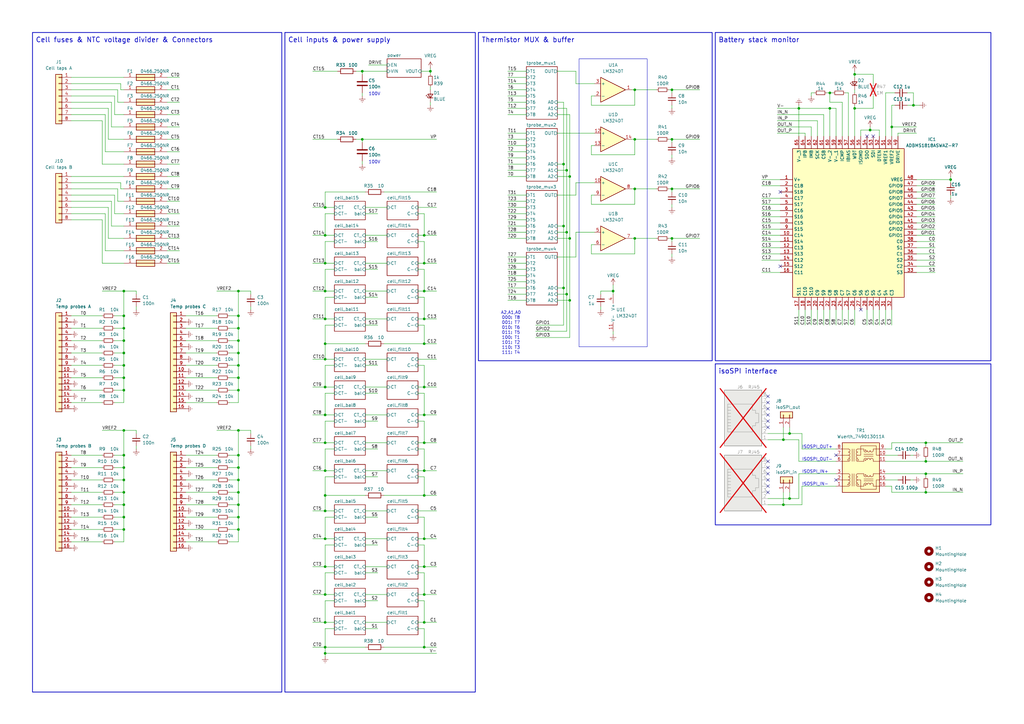
<source format=kicad_sch>
(kicad_sch (version 20231120) (generator "eeschema") (generator_version "8.0")
  (paper "A3")
  (title_block (title "BMS_Slave") (rev "v1.1"))
  (junction (at 50.8 134.62))
  (junction (at 173.99 158.75))
  (junction (at 97.79 119.38))
  (junction (at 133.35 130.81))
  (junction (at 260.35 36.83))
  (junction (at 231.14 118.11))
  (junction (at 50.8 176.53))
  (junction (at 97.79 217.17))
  (junction (at 50.8 160.02))
  (junction (at 97.79 149.86))
  (junction (at 260.35 97.79))
  (junction (at 133.35 158.75))
  (junction (at 321.31 180.34))
  (junction (at 97.79 139.7))
  (junction (at 50.8 186.69))
  (junction (at 374.65 43.18))
  (junction (at 97.79 134.62))
  (junction (at 379.73 189.23))
  (junction (at 321.31 207.01))
  (junction (at 260.35 57.15))
  (junction (at 97.79 176.53))
  (junction (at 173.99 170.18))
  (junction (at 133.35 96.52))
  (junction (at 173.99 96.52))
  (junction (at 133.35 181.61))
  (junction (at 133.35 85.09))
  (junction (at 50.8 149.86))
  (junction (at 231.14 92.71))
  (junction (at 97.79 160.02))
  (junction (at 133.35 203.2))
  (junction (at 173.99 119.38))
  (junction (at 133.35 267.97))
  (junction (at 133.35 147.32))
  (junction (at 50.8 196.85))
  (junction (at 97.79 207.01))
  (junction (at 327.66 44.45))
  (junction (at 97.79 212.09))
  (junction (at 356.87 53.34))
  (junction (at 173.99 255.27))
  (junction (at 340.36 38.1))
  (junction (at 350.52 30.48))
  (junction (at 275.59 36.83))
  (junction (at 133.35 220.98))
  (junction (at 148.59 29.21))
  (junction (at 133.35 140.97))
  (junction (at 97.79 196.85))
  (junction (at 251.46 119.38))
  (junction (at 97.79 129.54))
  (junction (at 50.8 119.38))
  (junction (at 97.79 201.93))
  (junction (at 173.99 220.98))
  (junction (at 97.79 144.78))
  (junction (at 173.99 140.97))
  (junction (at 233.68 72.39))
  (junction (at 50.8 217.17))
  (junction (at 50.8 154.94))
  (junction (at 231.14 67.31))
  (junction (at 275.59 57.15))
  (junction (at 173.99 130.81))
  (junction (at 176.53 29.21))
  (junction (at 233.68 97.79))
  (junction (at 50.8 201.93))
  (junction (at 173.99 232.41))
  (junction (at 275.59 97.79))
  (junction (at 97.79 191.77))
  (junction (at 365.76 52.07))
  (junction (at 50.8 191.77))
  (junction (at 232.41 69.85))
  (junction (at 133.35 107.95))
  (junction (at 133.35 119.38))
  (junction (at 275.59 77.47))
  (junction (at 50.8 207.01))
  (junction (at 133.35 243.84))
  (junction (at 232.41 95.25))
  (junction (at 133.35 170.18))
  (junction (at 173.99 265.43))
  (junction (at 148.59 57.15))
  (junction (at 133.35 265.43))
  (junction (at 379.73 201.93))
  (junction (at 173.99 181.61))
  (junction (at 133.35 209.55))
  (junction (at 173.99 193.04))
  (junction (at 133.35 255.27))
  (junction (at 232.41 120.65))
  (junction (at 50.8 139.7))
  (junction (at 260.35 77.47))
  (junction (at 323.85 204.47))
  (junction (at 50.8 129.54))
  (junction (at 173.99 107.95))
  (junction (at 97.79 186.69))
  (junction (at 340.36 44.45))
  (junction (at 350.52 44.45))
  (junction (at 173.99 203.2))
  (junction (at 133.35 193.04))
  (junction (at 50.8 144.78))
  (junction (at 379.73 194.31))
  (junction (at 323.85 177.8))
  (junction (at 133.35 232.41))
  (junction (at 97.79 154.94))
  (junction (at 233.68 123.19))
  (junction (at 379.73 181.61))
  (junction (at 50.8 212.09))
  (junction (at 389.89 73.66))
  (junction (at 173.99 243.84))
  (no_connect (at 314.96 175.26))
  (no_connect (at 342.9 186.69))
  (no_connect (at 358.14 55.88))
  (no_connect (at 320.04 109.22))
  (no_connect (at 314.96 170.18))
  (no_connect (at 314.96 189.23))
  (no_connect (at 314.96 194.31))
  (no_connect (at 314.96 196.85))
  (no_connect (at 314.96 172.72))
  (no_connect (at 353.06 127))
  (no_connect (at 314.96 162.56))
  (no_connect (at 342.9 196.85))
  (no_connect (at 314.96 201.93))
  (no_connect (at 314.96 199.39))
  (no_connect (at 320.04 78.74))
  (no_connect (at 355.6 55.88))
  (no_connect (at 314.96 165.1))
  (no_connect (at 314.96 167.64))
  (no_connect (at 314.96 191.77))
  (wire (pts (xy 228.6 95.25) (xy 232.41 95.25)))
  (wire (pts (xy 76.2 160.02) (xy 88.9 160.02)))
  (wire (pts (xy 274.32 36.83) (xy 275.59 36.83)))
  (wire (pts (xy 327.66 204.47) (xy 323.85 204.47)))
  (wire (pts (xy 173.99 110.49) (xy 173.99 119.38)))
  (wire (pts (xy 260.35 77.47) (xy 260.35 83.82)))
  (wire (pts (xy 171.45 99.06) (xy 173.99 99.06)))
  (wire (pts (xy 379.73 201.93) (xy 394.97 201.93)))
  (wire (pts (xy 97.79 212.09) (xy 93.98 212.09)))
  (wire (pts (xy 173.99 223.52) (xy 173.99 232.41)))
  (wire (pts (xy 73.66 52.07) (xy 68.58 52.07)))
  (wire (pts (xy 133.35 267.97) (xy 179.07 267.97)))
  (wire (pts (xy 97.79 154.94) (xy 93.98 154.94)))
  (wire (pts (xy 233.68 138.43) (xy 219.71 138.43)))
  (wire (pts (xy 93.98 222.25) (xy 97.79 222.25)))
  (wire (pts (xy 45.72 82.55) (xy 45.72 92.71)))
  (wire (pts (xy 128.27 170.18) (xy 133.35 170.18)))
  (wire (pts (xy 149.86 232.41) (xy 158.75 232.41)))
  (wire (pts (xy 363.22 196.85) (xy 368.3 196.85)))
  (wire (pts (xy 133.35 158.75) (xy 137.16 158.75)))
  (wire (pts (xy 363.22 186.69) (xy 368.3 186.69)))
  (wire (pts (xy 133.35 232.41) (xy 137.16 232.41)))
  (wire (pts (xy 242.57 83.82) (xy 242.57 80.01)))
  (wire (pts (xy 128.27 181.61) (xy 133.35 181.61)))
  (wire (pts (xy 49.53 77.47) (xy 50.8 77.47)))
  (wire (pts (xy 29.21 134.62) (xy 41.91 134.62)))
  (wire (pts (xy 173.99 121.92) (xy 173.99 130.81)))
  (wire (pts (xy 236.22 34.29) (xy 243.84 34.29)))
  (wire (pts (xy 233.68 123.19) (xy 233.68 138.43)))
  (wire (pts (xy 379.73 181.61) (xy 394.97 181.61)))
  (wire (pts (xy 55.88 125.73) (xy 55.88 127)))
  (wire (pts (xy 50.8 196.85) (xy 50.8 191.77)))
  (wire (pts (xy 389.89 72.39) (xy 389.89 73.66)))
  (wire (pts (xy 260.35 83.82) (xy 242.57 83.82)))
  (wire (pts (xy 73.66 87.63) (xy 68.58 87.63)))
  (wire (pts (xy 29.21 44.45) (xy 44.45 44.45)))
  (wire (pts (xy 133.35 172.72) (xy 133.35 181.61)))
  (wire (pts (xy 275.59 83.82) (xy 275.59 85.09)))
  (wire (pts (xy 44.45 57.15) (xy 50.8 57.15)))
  (wire (pts (xy 133.35 181.61) (xy 137.16 181.61)))
  (wire (pts (xy 149.86 170.18) (xy 158.75 170.18)))
  (wire (pts (xy 73.66 72.39) (xy 68.58 72.39)))
  (wire (pts (xy 76.2 165.1) (xy 88.9 165.1)))
  (wire (pts (xy 128.27 265.43) (xy 133.35 265.43)))
  (wire (pts (xy 356.87 52.07) (xy 356.87 53.34)))
  (wire (pts (xy 173.99 193.04) (xy 179.07 193.04)))
  (wire (pts (xy 318.77 49.53) (xy 335.28 49.53)))
  (wire (pts (xy 137.16 172.72) (xy 133.35 172.72)))
  (wire (pts (xy 232.41 69.85) (xy 232.41 95.25)))
  (wire (pts (xy 360.68 127) (xy 360.68 133.35)))
  (wire (pts (xy 133.35 99.06) (xy 133.35 107.95)))
  (wire (pts (xy 29.21 74.93) (xy 49.53 74.93)))
  (wire (pts (xy 173.99 170.18) (xy 179.07 170.18)))
  (wire (pts (xy 373.38 196.85) (xy 374.65 196.85)))
  (wire (pts (xy 312.42 88.9) (xy 320.04 88.9)))
  (wire (pts (xy 233.68 72.39) (xy 233.68 97.79)))
  (wire (pts (xy 274.32 97.79) (xy 275.59 97.79)))
  (wire (pts (xy 133.35 161.29) (xy 133.35 170.18)))
  (wire (pts (xy 97.79 144.78) (xy 97.79 139.7)))
  (wire (pts (xy 312.42 93.98) (xy 320.04 93.98)))
  (wire (pts (xy 173.99 257.81) (xy 173.99 265.43)))
  (wire (pts (xy 50.8 134.62) (xy 50.8 129.54)))
  (wire (pts (xy 41.91 154.94) (xy 29.21 154.94)))
  (wire (pts (xy 50.8 217.17) (xy 50.8 212.09)))
  (wire (pts (xy 375.92 81.28) (xy 383.54 81.28)))
  (wire (pts (xy 379.73 194.31) (xy 394.97 194.31)))
  (wire (pts (xy 375.92 86.36) (xy 383.54 86.36)))
  (wire (pts (xy 173.99 161.29) (xy 173.99 170.18)))
  (wire (pts (xy 97.79 119.38) (xy 97.79 129.54)))
  (wire (pts (xy 157.48 203.2) (xy 173.99 203.2)))
  (wire (pts (xy 275.59 57.15) (xy 275.59 58.42)))
  (wire (pts (xy 375.92 54.61) (xy 368.3 54.61)))
  (wire (pts (xy 46.99 165.1) (xy 50.8 165.1)))
  (wire (pts (xy 41.91 90.17) (xy 41.91 107.95)))
  (wire (pts (xy 149.86 121.92) (xy 154.94 121.92)))
  (wire (pts (xy 275.59 104.14) (xy 275.59 105.41)))
  (wire (pts (xy 133.35 107.95) (xy 137.16 107.95)))
  (wire (pts (xy 128.27 96.52) (xy 133.35 96.52)))
  (wire (pts (xy 29.21 72.39) (xy 50.8 72.39)))
  (wire (pts (xy 228.6 29.21) (xy 236.22 29.21)))
  (wire (pts (xy 50.8 154.94) (xy 50.8 149.86)))
  (wire (pts (xy 43.18 102.87) (xy 50.8 102.87)))
  (wire (pts (xy 171.45 87.63) (xy 173.99 87.63)))
  (wire (pts (xy 50.8 160.02) (xy 46.99 160.02)))
  (wire (pts (xy 97.79 196.85) (xy 93.98 196.85)))
  (wire (pts (xy 208.28 69.85) (xy 215.9 69.85)))
  (wire (pts (xy 171.45 110.49) (xy 173.99 110.49)))
  (wire (pts (xy 208.28 44.45) (xy 215.9 44.45)))
  (wire (pts (xy 149.86 96.52) (xy 158.75 96.52)))
  (wire (pts (xy 73.66 97.79) (xy 68.58 97.79)))
  (wire (pts (xy 312.42 91.44) (xy 320.04 91.44)))
  (wire (pts (xy 260.35 63.5) (xy 242.57 63.5)))
  (wire (pts (xy 346.71 38.1) (xy 347.98 38.1)))
  (wire (pts (xy 50.8 149.86) (xy 46.99 149.86)))
  (wire (pts (xy 171.45 172.72) (xy 173.99 172.72)))
  (wire (pts (xy 372.11 38.1) (xy 374.65 38.1)))
  (wire (pts (xy 340.36 38.1) (xy 341.63 38.1)))
  (wire (pts (xy 173.99 96.52) (xy 179.07 96.52)))
  (wire (pts (xy 55.88 182.88) (xy 55.88 184.15)))
  (wire (pts (xy 208.28 64.77) (xy 215.9 64.77)))
  (wire (pts (xy 49.53 74.93) (xy 49.53 77.47)))
  (wire (pts (xy 45.72 41.91) (xy 45.72 52.07)))
  (wire (pts (xy 173.99 99.06) (xy 173.99 107.95)))
  (wire (pts (xy 50.8 201.93) (xy 50.8 196.85)))
  (wire (pts (xy 259.08 36.83) (xy 260.35 36.83)))
  (wire (pts (xy 151.13 26.67) (xy 158.75 26.67)))
  (wire (pts (xy 73.66 107.95) (xy 68.58 107.95)))
  (wire (pts (xy 340.36 41.91) (xy 340.36 38.1)))
  (wire (pts (xy 363.22 38.1) (xy 367.03 38.1)))
  (wire (pts (xy 50.8 176.53) (xy 50.8 186.69)))
  (wire (pts (xy 73.66 67.31) (xy 68.58 67.31)))
  (wire (pts (xy 365.76 181.61) (xy 379.73 181.61)))
  (wire (pts (xy 208.28 123.19) (xy 215.9 123.19)))
  (wire (pts (xy 29.21 139.7) (xy 41.91 139.7)))
  (wire (pts (xy 365.76 43.18) (xy 367.03 43.18)))
  (wire (pts (xy 137.16 184.15) (xy 133.35 184.15)))
  (wire (pts (xy 365.76 184.15) (xy 363.22 184.15)))
  (wire (pts (xy 50.8 139.7) (xy 46.99 139.7)))
  (wire (pts (xy 318.77 52.07) (xy 332.74 52.07)))
  (wire (pts (xy 29.21 144.78) (xy 41.91 144.78)))
  (wire (pts (xy 327.66 189.23) (xy 342.9 189.23)))
  (wire (pts (xy 149.86 87.63) (xy 154.94 87.63)))
  (wire (pts (xy 375.92 109.22) (xy 383.54 109.22)))
  (wire (pts (xy 340.36 44.45) (xy 342.9 44.45)))
  (wire (pts (xy 149.86 110.49) (xy 154.94 110.49)))
  (wire (pts (xy 375.92 111.76) (xy 383.54 111.76)))
  (wire (pts (xy 345.44 41.91) (xy 340.36 41.91)))
  (wire (pts (xy 208.28 97.79) (xy 215.9 97.79)))
  (wire (pts (xy 128.27 29.21) (xy 138.43 29.21)))
  (wire (pts (xy 375.92 78.74) (xy 383.54 78.74)))
  (wire (pts (xy 171.45 243.84) (xy 173.99 243.84)))
  (wire (pts (xy 312.42 76.2) (xy 320.04 76.2)))
  (wire (pts (xy 327.66 43.18) (xy 327.66 44.45)))
  (wire (pts (xy 50.8 212.09) (xy 50.8 207.01)))
  (wire (pts (xy 73.66 92.71) (xy 68.58 92.71)))
  (wire (pts (xy 102.87 125.73) (xy 102.87 127)))
  (wire (pts (xy 128.27 243.84) (xy 133.35 243.84)))
  (wire (pts (xy 375.92 93.98) (xy 383.54 93.98)))
  (wire (pts (xy 345.44 41.91) (xy 345.44 55.88)))
  (wire (pts (xy 149.86 212.09) (xy 154.94 212.09)))
  (wire (pts (xy 133.35 234.95) (xy 133.35 243.84)))
  (wire (pts (xy 76.2 186.69) (xy 88.9 186.69)))
  (wire (pts (xy 43.18 62.23) (xy 50.8 62.23)))
  (wire (pts (xy 318.77 46.99) (xy 337.82 46.99)))
  (wire (pts (xy 97.79 222.25) (xy 97.79 217.17)))
  (wire (pts (xy 365.76 127) (xy 365.76 133.35)))
  (wire (pts (xy 358.14 30.48) (xy 350.52 30.48)))
  (wire (pts (xy 97.79 134.62) (xy 93.98 134.62)))
  (wire (pts (xy 350.52 30.48) (xy 350.52 31.75)))
  (wire (pts (xy 171.45 170.18) (xy 173.99 170.18)))
  (wire (pts (xy 149.86 195.58) (xy 154.94 195.58)))
  (wire (pts (xy 149.86 147.32) (xy 158.75 147.32)))
  (wire (pts (xy 208.28 39.37) (xy 215.9 39.37)))
  (wire (pts (xy 173.99 149.86) (xy 173.99 158.75)))
  (wire (pts (xy 275.59 63.5) (xy 275.59 64.77)))
  (wire (pts (xy 358.14 34.29) (xy 358.14 30.48)))
  (wire (pts (xy 50.8 212.09) (xy 46.99 212.09)))
  (wire (pts (xy 149.86 172.72) (xy 154.94 172.72)))
  (wire (pts (xy 208.28 62.23) (xy 215.9 62.23)))
  (wire (pts (xy 133.35 133.35) (xy 133.35 140.97)))
  (wire (pts (xy 176.53 43.18) (xy 176.53 41.91)))
  (wire (pts (xy 97.79 212.09) (xy 97.79 207.01)))
  (wire (pts (xy 76.2 149.86) (xy 88.9 149.86)))
  (wire (pts (xy 173.99 246.38) (xy 173.99 255.27)))
  (wire (pts (xy 149.86 243.84) (xy 158.75 243.84)))
  (wire (pts (xy 146.05 29.21) (xy 148.59 29.21)))
  (wire (pts (xy 50.8 207.01) (xy 50.8 201.93)))
  (wire (pts (xy 350.52 44.45) (xy 350.52 55.88)))
  (wire (pts (xy 45.72 52.07) (xy 50.8 52.07)))
  (wire (pts (xy 128.27 147.32) (xy 133.35 147.32)))
  (wire (pts (xy 208.28 34.29) (xy 215.9 34.29)))
  (wire (pts (xy 146.05 57.15) (xy 148.59 57.15)))
  (wire (pts (xy 137.16 110.49) (xy 133.35 110.49)))
  (wire (pts (xy 29.21 201.93) (xy 41.91 201.93)))
  (wire (pts (xy 133.35 267.97) (xy 133.35 269.24)))
  (wire (pts (xy 97.79 176.53) (xy 102.87 176.53)))
  (wire (pts (xy 76.2 129.54) (xy 88.9 129.54)))
  (wire (pts (xy 171.45 149.86) (xy 173.99 149.86)))
  (wire (pts (xy 128.27 130.81) (xy 133.35 130.81)))
  (wire (pts (xy 231.14 118.11) (xy 231.14 133.35)))
  (wire (pts (xy 375.92 76.2) (xy 383.54 76.2)))
  (wire (pts (xy 275.59 36.83) (xy 287.02 36.83)))
  (wire (pts (xy 173.99 184.15) (xy 173.99 193.04)))
  (wire (pts (xy 208.28 54.61) (xy 215.9 54.61)))
  (wire (pts (xy 44.45 85.09) (xy 44.45 97.79)))
  (wire (pts (xy 334.01 38.1) (xy 332.74 38.1)))
  (wire (pts (xy 97.79 119.38) (xy 102.87 119.38)))
  (wire (pts (xy 50.8 134.62) (xy 46.99 134.62)))
  (wire (pts (xy 76.2 222.25) (xy 88.9 222.25)))
  (wire (pts (xy 208.28 31.75) (xy 215.9 31.75)))
  (wire (pts (xy 73.66 41.91) (xy 68.58 41.91)))
  (wire (pts (xy 148.59 29.21) (xy 158.75 29.21)))
  (wire (pts (xy 365.76 184.15) (xy 365.76 181.61)))
  (wire (pts (xy 171.45 255.27) (xy 173.99 255.27)))
  (wire (pts (xy 41.91 119.38) (xy 50.8 119.38)))
  (wire (pts (xy 312.42 101.6) (xy 320.04 101.6)))
  (wire (pts (xy 323.85 201.93) (xy 323.85 204.47)))
  (wire (pts (xy 49.53 34.29) (xy 49.53 36.83)))
  (wire (pts (xy 347.98 127) (xy 347.98 133.35)))
  (wire (pts (xy 148.59 57.15) (xy 179.07 57.15)))
  (wire (pts (xy 375.92 99.06) (xy 383.54 99.06)))
  (wire (pts (xy 233.68 46.99) (xy 233.68 72.39)))
  (wire (pts (xy 97.79 201.93) (xy 93.98 201.93)))
  (wire (pts (xy 88.9 154.94) (xy 76.2 154.94)))
  (wire (pts (xy 137.16 149.86) (xy 133.35 149.86)))
  (wire (pts (xy 242.57 59.69) (xy 243.84 59.69)))
  (wire (pts (xy 173.99 265.43) (xy 179.07 265.43)))
  (wire (pts (xy 327.66 44.45) (xy 340.36 44.45)))
  (wire (pts (xy 102.87 119.38) (xy 102.87 120.65)))
  (wire (pts (xy 236.22 105.41) (xy 236.22 95.25)))
  (wire (pts (xy 171.45 234.95) (xy 173.99 234.95)))
  (wire (pts (xy 363.22 194.31) (xy 379.73 194.31)))
  (wire (pts (xy 373.38 186.69) (xy 374.65 186.69)))
  (wire (pts (xy 149.86 149.86) (xy 154.94 149.86)))
  (wire (pts (xy 327.66 194.31) (xy 342.9 194.31)))
  (wire (pts (xy 137.16 212.09) (xy 133.35 212.09)))
  (wire (pts (xy 259.08 77.47) (xy 260.35 77.47)))
  (wire (pts (xy 76.2 196.85) (xy 88.9 196.85)))
  (wire (pts (xy 274.32 57.15) (xy 275.59 57.15)))
  (wire (pts (xy 97.79 149.86) (xy 97.79 144.78)))
  (wire (pts (xy 356.87 53.34) (xy 360.68 53.34)))
  (wire (pts (xy 137.16 99.06) (xy 133.35 99.06)))
  (wire (pts (xy 50.8 129.54) (xy 46.99 129.54)))
  (wire (pts (xy 312.42 86.36) (xy 320.04 86.36)))
  (wire (pts (xy 73.66 62.23) (xy 68.58 62.23)))
  (wire (pts (xy 228.6 44.45) (xy 232.41 44.45)))
  (wire (pts (xy 29.21 36.83) (xy 48.26 36.83)))
  (wire (pts (xy 260.35 104.14) (xy 242.57 104.14)))
  (wire (pts (xy 128.27 220.98) (xy 133.35 220.98)))
  (wire (pts (xy 171.45 130.81) (xy 173.99 130.81)))
  (wire (pts (xy 260.35 36.83) (xy 260.35 43.18)))
  (wire (pts (xy 242.57 43.18) (xy 242.57 39.37)))
  (wire (pts (xy 97.79 207.01) (xy 97.79 201.93)))
  (wire (pts (xy 50.8 222.25) (xy 50.8 217.17)))
  (wire (pts (xy 259.08 97.79) (xy 260.35 97.79)))
  (wire (pts (xy 48.26 36.83) (xy 48.26 41.91)))
  (wire (pts (xy 29.21 191.77) (xy 41.91 191.77)))
  (wire (pts (xy 133.35 87.63) (xy 133.35 96.52)))
  (wire (pts (xy 50.8 144.78) (xy 46.99 144.78)))
  (wire (pts (xy 260.35 43.18) (xy 242.57 43.18)))
  (wire (pts (xy 171.45 85.09) (xy 179.07 85.09)))
  (wire (pts (xy 176.53 29.21) (xy 176.53 30.48)))
  (wire (pts (xy 76.2 134.62) (xy 88.9 134.62)))
  (wire (pts (xy 342.9 127) (xy 342.9 133.35)))
  (wire (pts (xy 358.14 44.45) (xy 350.52 44.45)))
  (wire (pts (xy 171.45 133.35) (xy 173.99 133.35)))
  (wire (pts (xy 29.21 217.17) (xy 41.91 217.17)))
  (wire (pts (xy 97.79 191.77) (xy 97.79 186.69)))
  (wire (pts (xy 363.22 199.39) (xy 365.76 199.39)))
  (wire (pts (xy 133.35 220.98) (xy 137.16 220.98)))
  (wire (pts (xy 73.66 82.55) (xy 68.58 82.55)))
  (wire (pts (xy 29.21 149.86) (xy 41.91 149.86)))
  (wire (pts (xy 228.6 118.11) (xy 231.14 118.11)))
  (wire (pts (xy 41.91 107.95) (xy 50.8 107.95)))
  (wire (pts (xy 327.66 44.45) (xy 327.66 55.88)))
  (wire (pts (xy 312.42 73.66) (xy 320.04 73.66)))
  (wire (pts (xy 228.6 120.65) (xy 232.41 120.65)))
  (wire (pts (xy 149.86 158.75) (xy 158.75 158.75)))
  (wire (pts (xy 173.99 172.72) (xy 173.99 181.61)))
  (wire (pts (xy 50.8 119.38) (xy 50.8 129.54)))
  (wire (pts (xy 321.31 201.93) (xy 321.31 207.01)))
  (wire (pts (xy 50.8 196.85) (xy 46.99 196.85)))
  (wire (pts (xy 41.91 212.09) (xy 29.21 212.09)))
  (wire (pts (xy 171.45 232.41) (xy 173.99 232.41)))
  (wire (pts (xy 312.42 106.68) (xy 320.04 106.68)))
  (wire (pts (xy 97.79 149.86) (xy 93.98 149.86)))
  (wire (pts (xy 339.09 38.1) (xy 340.36 38.1)))
  (wire (pts (xy 275.59 97.79) (xy 287.02 97.79)))
  (wire (pts (xy 133.35 193.04) (xy 137.16 193.04)))
  (wire (pts (xy 133.35 96.52) (xy 137.16 96.52)))
  (wire (pts (xy 137.16 121.92) (xy 133.35 121.92)))
  (wire (pts (xy 275.59 77.47) (xy 275.59 78.74)))
  (wire (pts (xy 246.38 119.38) (xy 251.46 119.38)))
  (wire (pts (xy 389.89 74.93) (xy 389.89 73.66)))
  (wire (pts (xy 171.45 195.58) (xy 173.99 195.58)))
  (wire (pts (xy 236.22 29.21) (xy 236.22 34.29)))
  (wire (pts (xy 171.45 161.29) (xy 173.99 161.29)))
  (wire (pts (xy 137.16 223.52) (xy 133.35 223.52)))
  (wire (pts (xy 312.42 111.76) (xy 320.04 111.76)))
  (wire (pts (xy 242.57 104.14) (xy 242.57 100.33)))
  (wire (pts (xy 318.77 54.61) (xy 330.2 54.61)))
  (wire (pts (xy 312.42 83.82) (xy 320.04 83.82)))
  (wire (pts (xy 246.38 125.73) (xy 246.38 127)))
  (wire (pts (xy 97.79 154.94) (xy 97.79 149.86)))
  (wire (pts (xy 232.41 135.89) (xy 219.71 135.89)))
  (wire (pts (xy 228.6 80.01) (xy 236.22 80.01)))
  (wire (pts (xy 97.79 186.69) (xy 93.98 186.69)))
  (wire (pts (xy 208.28 90.17) (xy 215.9 90.17)))
  (wire (pts (xy 379.73 189.23) (xy 394.97 189.23)))
  (wire (pts (xy 363.22 189.23) (xy 379.73 189.23)))
  (wire (pts (xy 128.27 57.15) (xy 138.43 57.15)))
  (wire (pts (xy 389.89 80.01) (xy 389.89 81.28)))
  (wire (pts (xy 379.73 187.96) (xy 379.73 189.23)))
  (wire (pts (xy 46.99 222.25) (xy 50.8 222.25)))
  (wire (pts (xy 350.52 127) (xy 350.52 133.35)))
  (wire (pts (xy 133.35 265.43) (xy 133.35 267.97)))
  (wire (pts (xy 97.79 217.17) (xy 97.79 212.09)))
  (wire (pts (xy 275.59 43.18) (xy 275.59 44.45)))
  (wire (pts (xy 55.88 119.38) (xy 55.88 120.65)))
  (wire (pts (xy 46.99 87.63) (xy 50.8 87.63)))
  (wire (pts (xy 29.21 46.99) (xy 43.18 46.99)))
  (wire (pts (xy 97.79 207.01) (xy 93.98 207.01)))
  (wire (pts (xy 275.59 57.15) (xy 287.02 57.15)))
  (wire (pts (xy 176.53 35.56) (xy 176.53 36.83)))
  (wire (pts (xy 133.35 147.32) (xy 137.16 147.32)))
  (wire (pts (xy 128.27 193.04) (xy 133.35 193.04)))
  (wire (pts (xy 208.28 95.25) (xy 215.9 95.25)))
  (wire (pts (xy 149.86 85.09) (xy 158.75 85.09)))
  (wire (pts (xy 50.8 154.94) (xy 46.99 154.94)))
  (wire (pts (xy 228.6 105.41) (xy 236.22 105.41)))
  (wire (pts (xy 368.3 54.61) (xy 368.3 55.88)))
  (wire (pts (xy 236.22 95.25) (xy 243.84 95.25)))
  (wire (pts (xy 29.21 196.85) (xy 41.91 196.85)))
  (wire (pts (xy 246.38 120.65) (xy 246.38 119.38)))
  (wire (pts (xy 260.35 57.15) (xy 269.24 57.15)))
  (wire (pts (xy 149.86 99.06) (xy 154.94 99.06)))
  (wire (pts (xy 73.66 102.87) (xy 68.58 102.87)))
  (wire (pts (xy 149.86 78.74) (xy 133.35 78.74)))
  (wire (pts (xy 97.79 160.02) (xy 97.79 154.94)))
  (wire (pts (xy 208.28 82.55) (xy 215.9 82.55)))
  (wire (pts (xy 375.92 104.14) (xy 383.54 104.14)))
  (wire (pts (xy 176.53 29.21) (xy 172.72 29.21)))
  (wire (pts (xy 171.45 119.38) (xy 173.99 119.38)))
  (wire (pts (xy 332.74 38.1) (xy 332.74 39.37)))
  (wire (pts (xy 133.35 119.38) (xy 137.16 119.38)))
  (wire (pts (xy 363.22 127) (xy 363.22 133.35)))
  (wire (pts (xy 208.28 72.39) (xy 215.9 72.39)))
  (wire (pts (xy 345.44 127) (xy 345.44 133.35)))
  (wire (pts (xy 337.82 46.99) (xy 337.82 55.88)))
  (wire (pts (xy 149.86 130.81) (xy 158.75 130.81)))
  (wire (pts (xy 358.14 39.37) (xy 358.14 44.45)))
  (wire (pts (xy 330.2 127) (xy 330.2 133.35)))
  (wire (pts (xy 236.22 74.93) (xy 243.84 74.93)))
  (wire (pts (xy 97.79 139.7) (xy 93.98 139.7)))
  (wire (pts (xy 157.48 265.43) (xy 173.99 265.43)))
  (wire (pts (xy 360.68 53.34) (xy 360.68 55.88)))
  (wire (pts (xy 29.21 82.55) (xy 45.72 82.55)))
  (wire (pts (xy 231.14 41.91) (xy 231.14 67.31)))
  (wire (pts (xy 29.21 87.63) (xy 43.18 87.63)))
  (wire (pts (xy 102.87 176.53) (xy 102.87 177.8)))
  (wire (pts (xy 355.6 127) (xy 355.6 133.35)))
  (wire (pts (xy 102.87 182.88) (xy 102.87 184.15)))
  (wire (pts (xy 133.35 130.81) (xy 137.16 130.81)))
  (wire (pts (xy 260.35 97.79) (xy 260.35 104.14)))
  (wire (pts (xy 171.45 181.61) (xy 173.99 181.61)))
  (wire (pts (xy 208.28 107.95) (xy 215.9 107.95)))
  (wire (pts (xy 149.86 107.95) (xy 158.75 107.95)))
  (wire (pts (xy 242.57 100.33) (xy 243.84 100.33)))
  (wire (pts (xy 208.28 57.15) (xy 215.9 57.15)))
  (wire (pts (xy 173.99 140.97) (xy 179.07 140.97)))
  (wire (pts (xy 173.99 243.84) (xy 179.07 243.84)))
  (wire (pts (xy 149.86 255.27) (xy 158.75 255.27)))
  (wire (pts (xy 76.2 139.7) (xy 88.9 139.7)))
  (wire (pts (xy 208.28 59.69) (xy 215.9 59.69)))
  (wire (pts (xy 50.8 201.93) (xy 46.99 201.93)))
  (wire (pts (xy 133.35 212.09) (xy 133.35 220.98)))
  (wire (pts (xy 233.68 97.79) (xy 233.68 123.19)))
  (wire (pts (xy 379.73 200.66) (xy 379.73 201.93)))
  (wire (pts (xy 208.28 29.21) (xy 215.9 29.21)))
  (wire (pts (xy 29.21 31.75) (xy 50.8 31.75)))
  (wire (pts (xy 171.45 96.52) (xy 173.99 96.52)))
  (wire (pts (xy 49.53 36.83) (xy 50.8 36.83)))
  (wire (pts (xy 73.66 77.47) (xy 68.58 77.47)))
  (wire (pts (xy 328.93 184.15) (xy 328.93 177.8)))
  (wire (pts (xy 43.18 46.99) (xy 43.18 62.23)))
  (wire (pts (xy 50.8 144.78) (xy 50.8 139.7)))
  (wire (pts (xy 375.92 73.66) (xy 389.89 73.66)))
  (wire (pts (xy 73.66 31.75) (xy 68.58 31.75)))
  (wire (pts (xy 133.35 257.81) (xy 133.35 265.43)))
  (wire (pts (xy 149.86 140.97) (xy 133.35 140.97)))
  (wire (pts (xy 171.45 184.15) (xy 173.99 184.15)))
  (wire (pts (xy 76.2 217.17) (xy 88.9 217.17)))
  (wire (pts (xy 171.45 121.92) (xy 173.99 121.92)))
  (wire (pts (xy 173.99 255.27) (xy 179.07 255.27)))
  (wire (pts (xy 137.16 234.95) (xy 133.35 234.95)))
  (wire (pts (xy 208.28 46.99) (xy 215.9 46.99)))
  (wire (pts (xy 133.35 246.38) (xy 133.35 255.27)))
  (wire (pts (xy 260.35 57.15) (xy 260.35 63.5)))
  (wire (pts (xy 228.6 69.85) (xy 232.41 69.85)))
  (wire (pts (xy 173.99 212.09) (xy 173.99 220.98)))
  (wire (pts (xy 50.8 191.77) (xy 50.8 186.69)))
  (wire (pts (xy 149.86 181.61) (xy 158.75 181.61)))
  (wire (pts (xy 29.21 165.1) (xy 41.91 165.1)))
  (wire (pts (xy 29.21 49.53) (xy 41.91 49.53)))
  (wire (pts (xy 173.99 203.2) (xy 179.07 203.2)))
  (wire (pts (xy 231.14 67.31) (xy 231.14 92.71)))
  (wire (pts (xy 375.92 83.82) (xy 383.54 83.82)))
  (wire (pts (xy 173.99 181.61) (xy 179.07 181.61)))
  (wire (pts (xy 149.86 133.35) (xy 154.94 133.35)))
  (wire (pts (xy 133.35 223.52) (xy 133.35 232.41)))
  (wire (pts (xy 173.99 87.63) (xy 173.99 96.52)))
  (wire (pts (xy 171.45 209.55) (xy 179.07 209.55)))
  (wire (pts (xy 374.65 38.1) (xy 374.65 43.18)))
  (wire (pts (xy 97.79 165.1) (xy 97.79 160.02)))
  (wire (pts (xy 350.52 29.21) (xy 350.52 30.48)))
  (wire (pts (xy 29.21 80.01) (xy 46.99 80.01)))
  (wire (pts (xy 323.85 204.47) (xy 314.96 204.47)))
  (wire (pts (xy 208.28 67.31) (xy 215.9 67.31)))
  (wire (pts (xy 133.35 203.2) (xy 133.35 209.55)))
  (wire (pts (xy 46.99 39.37) (xy 46.99 46.99)))
  (wire (pts (xy 335.28 127) (xy 335.28 133.35)))
  (wire (pts (xy 228.6 97.79) (xy 233.68 97.79)))
  (wire (pts (xy 314.96 177.8) (xy 323.85 177.8)))
  (wire (pts (xy 365.76 201.93) (xy 379.73 201.93)))
  (wire (pts (xy 337.82 127) (xy 337.82 133.35)))
  (wire (pts (xy 321.31 175.26) (xy 321.31 180.34)))
  (wire (pts (xy 375.92 91.44) (xy 383.54 91.44)))
  (wire (pts (xy 251.46 135.89) (xy 251.46 137.16)))
  (wire (pts (xy 208.28 92.71) (xy 215.9 92.71)))
  (wire (pts (xy 97.79 134.62) (xy 97.79 129.54)))
  (wire (pts (xy 148.59 57.15) (xy 148.59 58.42)))
  (wire (pts (xy 73.66 57.15) (xy 68.58 57.15)))
  (wire (pts (xy 88.9 212.09) (xy 76.2 212.09)))
  (wire (pts (xy 44.45 44.45) (xy 44.45 57.15)))
  (wire (pts (xy 358.14 127) (xy 358.14 133.35)))
  (wire (pts (xy 260.35 97.79) (xy 269.24 97.79)))
  (wire (pts (xy 133.35 85.09) (xy 137.16 85.09)))
  (wire (pts (xy 379.73 194.31) (xy 379.73 195.58)))
  (wire (pts (xy 133.35 140.97) (xy 133.35 147.32)))
  (wire (pts (xy 50.8 160.02) (xy 50.8 154.94)))
  (wire (pts (xy 133.35 110.49) (xy 133.35 119.38)))
  (wire (pts (xy 137.16 246.38) (xy 133.35 246.38)))
  (wire (pts (xy 50.8 217.17) (xy 46.99 217.17)))
  (wire (pts (xy 208.28 105.41) (xy 215.9 105.41)))
  (wire (pts (xy 137.16 257.81) (xy 133.35 257.81)))
  (wire (pts (xy 228.6 92.71) (xy 231.14 92.71)))
  (wire (pts (xy 149.86 203.2) (xy 133.35 203.2)))
  (wire (pts (xy 274.32 77.47) (xy 275.59 77.47)))
  (wire (pts (xy 328.93 207.01) (xy 321.31 207.01)))
  (wire (pts (xy 133.35 149.86) (xy 133.35 158.75)))
  (wire (pts (xy 208.28 118.11) (xy 215.9 118.11)))
  (wire (pts (xy 133.35 195.58) (xy 133.35 203.2)))
  (wire (pts (xy 76.2 207.01) (xy 88.9 207.01)))
  (wire (pts (xy 275.59 36.83) (xy 275.59 38.1)))
  (wire (pts (xy 321.31 207.01) (xy 314.96 207.01)))
  (wire (pts (xy 97.79 129.54) (xy 93.98 129.54)))
  (wire (pts (xy 375.92 88.9) (xy 383.54 88.9)))
  (wire (pts (xy 149.86 223.52) (xy 154.94 223.52)))
  (wire (pts (xy 137.16 161.29) (xy 133.35 161.29)))
  (wire (pts (xy 171.45 220.98) (xy 173.99 220.98)))
  (wire (pts (xy 365.76 43.18) (xy 365.76 52.07)))
  (wire (pts (xy 128.27 119.38) (xy 133.35 119.38)))
  (wire (pts (xy 208.28 85.09) (xy 215.9 85.09)))
  (wire (pts (xy 48.26 77.47) (xy 48.26 82.55)))
  (wire (pts (xy 365.76 199.39) (xy 365.76 201.93)))
  (wire (pts (xy 128.27 85.09) (xy 133.35 85.09)))
  (wire (pts (xy 353.06 55.88) (xy 353.06 53.34)))
  (wire (pts (xy 173.99 133.35) (xy 173.99 140.97)))
  (wire (pts (xy 342.9 44.45) (xy 342.9 55.88)))
  (wire (pts (xy 173.99 220.98) (xy 179.07 220.98)))
  (wire (pts (xy 251.46 119.38) (xy 251.46 120.65)))
  (wire (pts (xy 149.86 220.98) (xy 158.75 220.98)))
  (wire (pts (xy 312.42 96.52) (xy 320.04 96.52)))
  (wire (pts (xy 173.99 158.75) (xy 179.07 158.75)))
  (wire (pts (xy 171.45 223.52) (xy 173.99 223.52)))
  (wire (pts (xy 375.92 101.6) (xy 383.54 101.6)))
  (wire (pts (xy 46.99 46.99) (xy 50.8 46.99)))
  (wire (pts (xy 232.41 44.45) (xy 232.41 69.85)))
  (wire (pts (xy 173.99 195.58) (xy 173.99 203.2)))
  (wire (pts (xy 97.79 144.78) (xy 93.98 144.78)))
  (wire (pts (xy 97.79 196.85) (xy 97.79 191.77)))
  (wire (pts (xy 76.2 201.93) (xy 88.9 201.93)))
  (wire (pts (xy 171.45 147.32) (xy 179.07 147.32)))
  (wire (pts (xy 128.27 158.75) (xy 133.35 158.75)))
  (wire (pts (xy 133.35 265.43) (xy 149.86 265.43)))
  (wire (pts (xy 242.57 39.37) (xy 243.84 39.37)))
  (wire (pts (xy 29.21 160.02) (xy 41.91 160.02)))
  (wire (pts (xy 232.41 120.65) (xy 232.41 135.89)))
  (wire (pts (xy 88.9 119.38) (xy 97.79 119.38)))
  (wire (pts (xy 379.73 182.88) (xy 379.73 181.61)))
  (wire (pts (xy 137.16 133.35) (xy 133.35 133.35)))
  (wire (pts (xy 128.27 255.27) (xy 133.35 255.27)))
  (wire (pts (xy 231.14 133.35) (xy 219.71 133.35)))
  (wire (pts (xy 149.86 246.38) (xy 154.94 246.38)))
  (wire (pts (xy 97.79 217.17) (xy 93.98 217.17)))
  (wire (pts (xy 372.11 43.18) (xy 374.65 43.18)))
  (wire (pts (xy 76.2 191.77) (xy 88.9 191.77)))
  (wire (pts (xy 76.2 144.78) (xy 88.9 144.78)))
  (wire (pts (xy 97.79 201.93) (xy 97.79 196.85)))
  (wire (pts (xy 231.14 92.71) (xy 231.14 118.11)))
  (wire (pts (xy 48.26 82.55) (xy 50.8 82.55)))
  (wire (pts (xy 208.28 41.91) (xy 215.9 41.91)))
  (wire (pts (xy 50.8 149.86) (xy 50.8 144.78)))
  (wire (pts (xy 347.98 38.1) (xy 347.98 55.88)))
  (wire (pts (xy 332.74 52.07) (xy 332.74 55.88)))
  (wire (pts (xy 374.65 43.18) (xy 377.19 43.18)))
  (wire (pts (xy 149.86 119.38) (xy 158.75 119.38)))
  (wire (pts (xy 208.28 36.83) (xy 215.9 36.83)))
  (wire (pts (xy 275.59 77.47) (xy 287.02 77.47)))
  (wire (pts (xy 323.85 177.8) (xy 328.93 177.8)))
  (wire (pts (xy 97.79 191.77) (xy 93.98 191.77)))
  (wire (pts (xy 173.99 119.38) (xy 179.07 119.38)))
  (wire (pts (xy 365.76 52.07) (xy 375.92 52.07)))
  (wire (pts (xy 29.21 186.69) (xy 41.91 186.69)))
  (wire (pts (xy 29.21 39.37) (xy 46.99 39.37)))
  (wire (pts (xy 133.35 184.15) (xy 133.35 193.04)))
  (wire (pts (xy 157.48 140.97) (xy 173.99 140.97)))
  (wire (pts (xy 208.28 115.57) (xy 215.9 115.57)))
  (wire (pts (xy 242.57 63.5) (xy 242.57 59.69)))
  (wire (pts (xy 327.66 194.31) (xy 327.66 204.47)))
  (wire (pts (xy 133.35 209.55) (xy 137.16 209.55)))
  (wire (pts (xy 318.77 44.45) (xy 327.66 44.45)))
  (wire (pts (xy 232.41 95.25) (xy 232.41 120.65)))
  (wire (pts (xy 133.35 243.84) (xy 137.16 243.84)))
  (wire (pts (xy 260.35 77.47) (xy 269.24 77.47)))
  (wire (pts (xy 97.79 139.7) (xy 97.79 134.62)))
  (wire (pts (xy 73.66 46.99) (xy 68.58 46.99)))
  (wire (pts (xy 171.45 246.38) (xy 173.99 246.38)))
  (wire (pts (xy 335.28 49.53) (xy 335.28 55.88)))
  (wire (pts (xy 29.21 129.54) (xy 41.91 129.54)))
  (wire (pts (xy 149.86 257.81) (xy 154.94 257.81)))
  (wire (pts (xy 312.42 81.28) (xy 320.04 81.28)))
  (wire (pts (xy 353.06 53.34) (xy 356.87 53.34)))
  (wire (pts (xy 375.92 96.52) (xy 383.54 96.52)))
  (wire (pts (xy 173.99 232.41) (xy 179.07 232.41)))
  (wire (pts (xy 44.45 97.79) (xy 50.8 97.79)))
  (wire (pts (xy 363.22 38.1) (xy 363.22 55.88)))
  (wire (pts (xy 228.6 67.31) (xy 231.14 67.31)))
  (wire (pts (xy 55.88 176.53) (xy 55.88 177.8)))
  (wire (pts (xy 48.26 41.91) (xy 50.8 41.91)))
  (wire (pts (xy 173.99 130.81) (xy 179.07 130.81)))
  (wire (pts (xy 133.35 170.18) (xy 137.16 170.18)))
  (wire (pts (xy 375.92 106.68) (xy 383.54 106.68)))
  (wire (pts (xy 133.35 121.92) (xy 133.35 130.81)))
  (wire (pts (xy 50.8 139.7) (xy 50.8 134.62)))
  (wire (pts (xy 133.35 255.27) (xy 137.16 255.27)))
  (wire (pts (xy 312.42 104.14) (xy 320.04 104.14)))
  (wire (pts (xy 208.28 87.63) (xy 215.9 87.63)))
  (wire (pts (xy 327.66 180.34) (xy 321.31 180.34)))
  (wire (pts (xy 43.18 87.63) (xy 43.18 102.87)))
  (wire (pts (xy 73.66 36.83) (xy 68.58 36.83)))
  (wire (pts (xy 29.21 207.01) (xy 41.91 207.01)))
  (wire (pts (xy 50.8 186.69) (xy 46.99 186.69)))
  (wire (pts (xy 149.86 161.29) (xy 154.94 161.29)))
  (wire (pts (xy 228.6 54.61) (xy 243.84 54.61)))
  (wire (pts (xy 137.16 195.58) (xy 133.35 195.58)))
  (wire (pts (xy 171.45 212.09) (xy 173.99 212.09)))
  (wire (pts (xy 97.79 176.53) (xy 97.79 186.69)))
  (wire (pts (xy 41.91 49.53) (xy 41.91 67.31)))
  (wire (pts (xy 323.85 175.26) (xy 323.85 177.8)))
  (wire (pts (xy 173.99 234.95) (xy 173.99 243.84)))
  (wire (pts (xy 328.93 184.15) (xy 342.9 184.15)))
  (wire (pts (xy 128.27 107.95) (xy 133.35 107.95)))
  (wire (pts (xy 45.72 92.71) (xy 50.8 92.71)))
  (wire (pts (xy 149.86 193.04) (xy 158.75 193.04)))
  (wire (pts (xy 332.74 127) (xy 332.74 133.35)))
  (wire (pts (xy 242.57 80.01) (xy 243.84 80.01)))
  (wire (pts (xy 50.8 165.1) (xy 50.8 160.02)))
  (wire (pts (xy 350.52 43.18) (xy 350.52 44.45)))
  (wire (pts (xy 228.6 41.91) (xy 231.14 41.91)))
  (wire (pts (xy 128.27 209.55) (xy 133.35 209.55)))
  (wire (pts (xy 275.59 97.79) (xy 275.59 99.06)))
  (wire (pts (xy 208.28 120.65) (xy 215.9 120.65)))
  (wire (pts (xy 93.98 165.1) (xy 97.79 165.1)))
  (wire (pts (xy 328.93 199.39) (xy 342.9 199.39)))
  (wire (pts (xy 321.31 180.34) (xy 314.96 180.34)))
  (wire (pts (xy 365.76 52.07) (xy 365.76 55.88)))
  (wire (pts (xy 148.59 66.04) (xy 148.59 67.31)))
  (wire (pts (xy 171.45 257.81) (xy 173.99 257.81)))
  (wire (pts (xy 228.6 46.99) (xy 233.68 46.99)))
  (wire (pts (xy 171.45 158.75) (xy 173.99 158.75)))
  (wire (pts (xy 41.91 67.31) (xy 50.8 67.31)))
  (wire (pts (xy 173.99 107.95) (xy 179.07 107.95)))
  (wire (pts (xy 50.8 176.53) (xy 55.88 176.53)))
  (wire (pts (xy 29.21 85.09) (xy 44.45 85.09)))
  (wire (pts (xy 350.52 36.83) (xy 350.52 38.1)))
  (wire (pts (xy 29.21 41.91) (xy 45.72 41.91)))
  (wire (pts (xy 340.36 44.45) (xy 340.36 55.88)))
  (wire (pts (xy 149.86 209.55) (xy 158.75 209.55)))
  (wire (pts (xy 137.16 87.63) (xy 133.35 87.63)))
  (wire (pts (xy 46.99 80.01) (xy 46.99 87.63)))
  (wire (pts (xy 259.08 57.15) (xy 260.35 57.15)))
  (wire (pts (xy 128.27 232.41) (xy 133.35 232.41)))
  (wire (pts (xy 340.36 127) (xy 340.36 133.35)))
  (wire (pts (xy 327.66 127) (xy 327.66 133.35)))
  (wire (pts (xy 88.9 176.53) (xy 97.79 176.53)))
  (wire (pts (xy 208.28 110.49) (xy 215.9 110.49)))
  (wire (pts (xy 330.2 54.61) (xy 330.2 55.88)))
  (wire (pts (xy 228.6 72.39) (xy 233.68 72.39)))
  (wire (pts (xy 251.46 116.84) (xy 251.46 119.38)))
  (wire (pts (xy 328.93 199.39) (xy 328.93 207.01)))
  (wire (pts (xy 176.53 27.94) (xy 176.53 29.21)))
  (wire (pts (xy 312.42 99.06) (xy 320.04 99.06)))
  (wire (pts (xy 50.8 191.77) (xy 46.99 191.77)))
  (wire (pts (xy 171.45 107.95) (xy 173.99 107.95)))
  (wire (pts (xy 29.21 77.47) (xy 48.26 77.47)))
  (wire (pts (xy 133.35 78.74) (xy 133.35 85.09)))
  (wire (pts (xy 260.35 36.83) (xy 269.24 36.83)))
  (wire (pts (xy 148.59 29.21) (xy 148.59 30.48)))
  (wire (pts (xy 171.45 193.04) (xy 173.99 193.04)))
  (wire (pts (xy 208.28 113.03) (xy 215.9 113.03)))
  (wire (pts (xy 228.6 123.19) (xy 233.68 123.19)))
  (wire (pts (xy 327.66 180.34) (xy 327.66 189.23)))
  (wire (pts (xy 236.22 80.01) (xy 236.22 74.93)))
  (wire (pts (xy 149.86 234.95) (xy 154.94 234.95)))
  (wire (pts (xy 29.21 222.25) (xy 41.91 222.25)))
  (wire (pts (xy 50.8 119.38) (xy 55.88 119.38)))
  (wire (pts (xy 149.86 184.15) (xy 154.94 184.15)))
  (wire (pts (xy 29.21 90.17) (xy 41.91 90.17)))
  (wire (pts (xy 208.28 80.01) (xy 215.9 80.01)))
  (wire (pts (xy 148.59 38.1) (xy 148.59 39.37)))
  (wire (pts (xy 41.91 176.53) (xy 50.8 176.53)))
  (wire (pts (xy 50.8 207.01) (xy 46.99 207.01)))
  (wire (pts (xy 157.48 78.74) (xy 179.07 78.74)))
  (wire (pts (xy 97.79 160.02) (xy 93.98 160.02)))
  (wire (pts (xy 29.21 34.29) (xy 49.53 34.29)))
  (rectangle (start 13.335 13.335) (end 115.57 283.845) (stroke (width 0.3)))
  (rectangle (start 293.37 13.335) (end 406.4 147.955) (stroke (width 0.3)))
  (rectangle (start 293.37 149.225) (end 406.4 215.265) (stroke (width 0.3)))
  (rectangle (start 237.49 24.13) (end 265.43 142.24))
  (rectangle (start 116.84 13.335) (end 194.945 283.845) (stroke (width 0.3)))
  (rectangle (start 196.215 13.335) (end 292.1 147.955) (stroke (width 0.3)))
  (text "ISOSPI_IN+" (at 328.93 194.31 0) (effects (font (size 1.27 1.27)) (justify left bottom)))
  (text "Cell inputs & power supply" (at 118.11 16.51 0) (effects (font (size 2 2) (thickness 0.25)) (justify left)))
  (text "A2,A1,A0\n000: T8\n001: T7\n010: T6\n011: T5\n100: T1\n101: T2\n110: T3\n111: T4" (at 209.55 136.525 0) (effects (font (size 1.27 1.27))))
  (text "ISOSPI_OUT-" (at 328.93 189.23 0) (effects (font (size 1.27 1.27)) (justify left bottom)))
  (text "isoSPI interface" (at 294.64 152.4 0) (effects (font (size 2 2) (thickness 0.25)) (justify left)))
  (text "Battery stack monitor" (at 294.64 16.51 0) (effects (font (size 2 2) (thickness 0.25)) (justify left)))
  (text "100V" (at 151.13 67.31 0) (effects (font (size 1.27 1.27)) (justify left bottom)))
  (text "100V" (at 151.13 39.37 0) (effects (font (size 1.27 1.27)) (justify left bottom)))
  (text "Thermistor MUX & buffer" (at 197.485 16.51 0) (effects (font (size 2 2) (thickness 0.25)) (justify left)))
  (text "ISOSPI_OUT+" (at 328.93 184.15 0) (effects (font (size 1.27 1.27)) (justify left bottom)))
  (text "Cell fuses & NTC voltage divider & Connectors" (at 14.605 16.51 0) (effects (font (size 2 2) (thickness 0.25)) (justify left)))
  (text "ISOSPI_IN-" (at 328.93 199.39 0) (effects (font (size 1.27 1.27)) (justify left bottom)))
  (label "GPIO1" (at 219.71 133.35 0))
  (label "S14" (at 154.94 121.92 180))
  (label "DRIVE" (at 375.92 54.61 180))
  (label "CT9" (at 73.66 77.47 180))
  (label "S5" (at 154.94 212.09 180))
  (label "C15" (at 312.42 91.44 0))
  (label "C3" (at 179.07 232.41 180))
  (label "C18" (at 312.42 76.2 0))
  (label "S10" (at 154.94 161.29 180))
  (label "T4" (at 208.28 46.99 0))
  (label "S11" (at 154.94 149.86 180))
  (label "CT13" (at 73.66 97.79 180))
  (label "T16" (at 80.01 129.54 0))
  (label "C3" (at 365.76 133.35 90))
  (label "S2" (at 383.54 106.68 180))
  (label "C2" (at 179.07 243.84 180))
  (label "S8" (at 342.9 133.35 90))
  (label "C5" (at 355.6 133.35 90))
  (label "CT8" (at 128.27 170.18 0))
  (label "CT1" (at 128.27 255.27 0))
  (label "T6" (at 208.28 36.83 0))
  (label "S3" (at 383.54 111.76 180))
  (label "CT5" (at 73.66 57.15 180))
  (label "CT11" (at 128.27 130.81 0))
  (label "GPIO9" (at 287.02 57.15 180))
  (label "C8" (at 179.07 181.61 180))
  (label "C16" (at 312.42 86.36 0))
  (label "T3" (at 208.28 57.15 0))
  (label "C12" (at 179.07 140.97 180))
  (label "T7" (at 208.28 31.75 0))
  (label "S4" (at 154.94 223.52 180))
  (label "IN_N" (at 318.77 46.99 0))
  (label "T28" (at 208.28 95.25 0))
  (label "T15" (at 208.28 29.21 0))
  (label "C9" (at 335.28 133.35 90))
  (label "CT12" (at 128.27 119.38 0))
  (label "GPIO3" (at 383.54 91.44 180))
  (label "S9" (at 154.94 172.72 180))
  (label "T1" (at 33.02 134.62 0))
  (label "C2" (at 383.54 109.22 180))
  (label "T18" (at 208.28 113.03 0))
  (label "T11" (at 208.28 54.61 0))
  (label "T0" (at 33.02 129.54 0))
  (label "T12" (at 208.28 44.45 0))
  (label "GPIO8" (at 383.54 78.74 180))
  (label "T30" (at 208.28 85.09 0))
  (label "CT2" (at 128.27 243.84 0))
  (label "VREF2" (at 88.9 119.38 0))
  (label "CT5" (at 128.27 209.55 0))
  (label "S16" (at 312.42 88.9 0))
  (label "CT15" (at 128.27 85.09 0))
  (label "T28" (at 80.01 207.01 0))
  (label "DRIVE" (at 151.13 26.67 0))
  (label "GPIO2" (at 383.54 93.98 180))
  (label "C12" (at 312.42 106.68 0))
  (label "T5" (at 33.02 154.94 0))
  (label "T24" (at 208.28 120.65 0))
  (label "V-" (at 179.07 267.97 180))
  (label "T14" (at 33.02 217.17 0))
  (label "C1" (at 179.07 255.27 180))
  (label "C6" (at 350.52 133.35 90))
  (label "T12" (at 33.02 207.01 0))
  (label "T20" (at 80.01 149.86 0))
  (label "C17" (at 312.42 81.28 0))
  (label "T17" (at 80.01 134.62 0))
  (label "S17" (at 312.42 83.82 0))
  (label "GPIO8" (at 287.02 36.83 180))
  (label "OUT_P" (at 394.97 181.61 180))
  (label "GPIO2" (at 219.71 135.89 0))
  (label "C6" (at 179.07 203.2 180))
  (label "T20" (at 208.28 97.79 0))
  (label "T6" (at 33.02 160.02 0))
  (label "T14" (at 208.28 34.29 0))
  (label "GPIO5" (at 383.54 86.36 180))
  (label "S5" (at 358.14 133.35 90))
  (label "S17" (at 154.94 87.63 180))
  (label "C0" (at 179.07 265.43 180))
  (label "C13" (at 179.07 130.81 180))
  (label "T30" (at 80.01 217.17 0))
  (label "C4" (at 179.07 220.98 180))
  (label "OUT_N" (at 394.97 189.23 180))
  (label "T26" (at 80.01 196.85 0))
  (label "VREF2" (at 88.9 176.53 0))
  (label "S1" (at 154.94 257.81 180))
  (label "S3" (at 154.94 234.95 180))
  (label "C5" (at 179.07 209.55 180))
  (label "CT4" (at 73.66 52.07 180))
  (label "CT10" (at 73.66 82.55 180))
  (label "T16" (at 208.28 123.19 0))
  (label "S7" (at 347.98 133.35 90))
  (label "CT7" (at 128.27 181.61 0))
  (label "T2" (at 208.28 62.23 0))
  (label "T29" (at 80.01 212.09 0))
  (label "V-" (at 318.77 44.45 0))
  (label "S4" (at 363.22 133.35 90))
  (label "T19" (at 80.01 144.78 0))
  (label "CT12" (at 73.66 92.71 180))
  (label "T8" (at 208.28 69.85 0))
  (label "GPIO9" (at 383.54 76.2 180))
  (label "T3" (at 33.02 144.78 0))
  (label "T11" (at 33.02 201.93 0))
  (label "T7" (at 33.02 165.1 0))
  (label "T26" (at 208.28 110.49 0))
  (label "C7" (at 345.44 133.35 90))
  (label "T25" (at 80.01 191.77 0))
  (label "C17" (at 179.07 85.09 180))
  (label "C11" (at 179.07 147.32 180))
  (label "S16" (at 154.94 99.06 180))
  (label "IN_P" (at 318.77 49.53 0))
  (label "T21" (at 208.28 92.71 0))
  (label "C11" (at 312.42 111.76 0))
  (label "CT9" (at 128.27 158.75 0))
  (label "CT13" (at 128.27 107.95 0))
  (label "VREF2" (at 375.92 52.07 180))
  (label "CT3" (at 73.66 46.99 180))
  (label "T24" (at 80.01 186.69 0))
  (label "VREF2" (at 41.91 176.53 0))
  (label "T25" (at 208.28 115.57 0))
  (label "C10" (at 330.2 133.35 90))
  (label "S13" (at 154.94 133.35 180))
  (label "T15" (at 33.02 222.25 0))
  (label "T1" (at 208.28 67.31 0))
  (label "T31" (at 80.01 222.25 0))
  (label "S11" (at 327.66 133.35 90))
  (label "T17" (at 208.28 118.11 0))
  (label "GPIO6" (at 383.54 83.82 180))
  (label "C8" (at 340.36 133.35 90))
  (label "CT8" (at 73.66 72.39 180))
  (label "CT7" (at 73.66 67.31 180))
  (label "CT15" (at 128.27 57.15 0))
  (label "S14" (at 312.42 99.06 0))
  (label "T31" (at 208.28 80.01 0))
  (label "T22" (at 208.28 87.63 0))
  (label "VREF2" (at 41.91 119.38 0))
  (label "T22" (at 80.01 160.02 0))
  (label "CT14" (at 73.66 102.87 180))
  (label "IN_P" (at 394.97 194.31 180))
  (label "CT6" (at 128.27 193.04 0))
  (label "T10" (at 33.02 196.85 0))
  (label "CT15" (at 73.66 107.95 180))
  (label "T2" (at 33.02 139.7 0))
  (label "T9" (at 208.28 64.77 0))
  (label "CT4" (at 128.27 220.98 0))
  (label "CT14" (at 128.27 96.52 0))
  (label "S15" (at 312.42 93.98 0))
  (label "T0" (at 208.28 72.39 0))
  (label "GPIO1" (at 383.54 96.52 180))
  (label "T13" (at 33.02 212.09 0))
  (label "T8" (at 33.02 186.69 0))
  (label "C7" (at 179.07 193.04 180))
  (label "C9" (at 179.07 170.18 180))
  (label "VP" (at 179.07 57.15 180))
  (label "C0" (at 383.54 99.06 180))
  (label "GPIO6" (at 287.02 77.47 180))
  (label "T4" (at 33.02 149.86 0))
  (label "T18" (at 80.01 139.7 0))
  (label "S7" (at 154.94 195.58 180))
  (label "CT0" (at 73.66 31.75 180))
  (label "T29" (at 208.28 90.17 0))
  (label "CT10" (at 128.27 147.32 0))
  (label "CT11" (at 73.66 87.63 180))
  (label "CT0" (at 128.27 265.43 0))
  (label "T23" (at 208.28 82.55 0))
  (label "S9" (at 337.82 133.35 90))
  (label "C13" (at 312.42 101.6 0))
  (label "CT3" (at 128.27 232.41 0))
  (label "C14" (at 179.07 119.38 180))
  (label "T21" (at 80.01 154.94 0))
  (label "CT2" (at 73.66 41.91 180))
  (label "T23" (at 80.01 165.1 0))
  (label "C4" (at 360.68 133.35 90))
  (label "C15" (at 179.07 107.95 180))
  (label "C14" (at 312.42 96.52 0))
  (label "T5" (at 208.28 41.91 0))
  (label "S2" (at 154.94 246.38 180))
  (label "S13" (at 312.42 104.14 0))
  (label "CT1" (at 73.66 36.83 180))
  (label "OUT_N" (at 318.77 52.07 0))
  (label "CT6" (at 73.66 62.23 180))
  (label "GPIO4" (at 383.54 88.9 180))
  (label "GPIO3" (at 219.71 138.43 0))
  (label "T27" (at 80.01 201.93 0))
  (label "GPIO7" (at 383.54 81.28 180))
  (label "C16" (at 179.07 96.52 180))
  (label "C10" (at 179.07 158.75 180))
  (label "S8" (at 154.94 184.15 180))
  (label "T9" (at 33.02 191.77 0))
  (label "S1" (at 383.54 101.6 180))
  (label "C1" (at 383.54 104.14 180))
  (label "T13" (at 208.28 39.37 0))
  (label "S15" (at 154.94 110.49 180))
  (label "S10" (at 332.74 133.35 90))
  (label "OUT_P" (at 318.77 54.61 0))
  (label "IN_N" (at 394.97 201.93 180))
  (label "VP" (at 312.42 73.66 0))
  (label "T19" (at 208.28 107.95 0))
  (label "C18" (at 179.07 78.74 180))
  (label "T10" (at 208.28 59.69 0))
  (label "CT15" (at 128.27 29.21 0))
  (label "GPIO7" (at 287.02 97.79 180))
  (label "T27" (at 208.28 105.41 0))
  (symbol (lib_id "Connector_Generic:Conn_01x02") (at 321.31 196.85 90) (unit 1)
    (property "Reference" "J9" (at 318.135 191.135 90) (effects (justify right)))
    (property "Value" "isoSPI_in" (at 318.135 193.675 90) (effects (justify right)))
    (property "Footprint" "Connector_JST:JST_XH_B2B-XH-A_1x02_P2.50mm_Vertical" (effects (hide yes)))
    (property "Description" "Generic connector, single row, 01x02, script generated (kicad-library-utils/schlib/autogen/connector/)" (effects (hide yes)))
  )
  (symbol (lib_id "Device:C_Small") (at 275.59 60.96 0) (unit 1)
    (property "Reference" "C9" (at 278.13 59.6962 0) (effects (justify left)))
    (property "Value" "10n" (at 278.13 62.2362 0) (effects (justify left)))
    (property "Footprint" "Capacitor_SMD:C_0402_1005Metric" (effects (hide yes)))
    (property "Description" "Unpolarized capacitor, small symbol" (effects (hide yes)))
  )
  (symbol (lib_id "power:Earth") (at 76.2 147.32 90) (unit 1)
    (property "Reference" "#PWR022" (effects (hide yes)))
    (property "Value" "Earth" (effects (hide yes)))
  )
  (symbol (lib_id "Device:R_Small") (at 44.45 134.62 90) (unit 1)
    (property "Reference" "R2" (at 41.91 132.08 90))
    (property "Value" "10k" (at 46.99 132.08 90))
    (property "Footprint" "Resistor_SMD:R_0402_1005Metric" (effects (hide yes)))
    (property "Description" "Resistor, small symbol" (effects (hide yes)))
  )
  (symbol (lib_id "power:Earth") (at 102.87 184.15 0) (unit 1)
    (property "Reference" "#PWR036" (effects (hide yes)))
    (property "Value" "Earth" (effects (hide yes)))
  )
  (symbol (lib_id "power:Earth") (at 332.74 39.37 0) (unit 1)
    (property "Reference" "#PWR050" (effects (hide yes)))
    (property "Value" "Earth" (effects (hide yes)))
  )
  (symbol (lib_id "power:Earth") (at 76.2 214.63 90) (unit 1)
    (property "Reference" "#PWR032" (effects (hide yes)))
    (property "Value" "Earth" (effects (hide yes)))
  )
  (symbol (lib_id "Mechanical:MountingHole") (at 381 232.41 0) (unit 1)
    (property "Reference" "H2" (at 383.54 231.14 0) (effects (justify left)))
    (property "Value" "MountingHole" (at 383.54 233.68 0) (effects (justify left)))
    (property "Footprint" "MountingHole:MountingHole_4.3mm_M4_DIN965" (effects (hide yes)))
  )
  (symbol (lib_id "Device:R_Small") (at 91.44 201.93 90) (unit 1)
    (property "Reference" "R28" (at 88.9 199.39 90))
    (property "Value" "10k" (at 93.98 199.39 90))
    (property "Footprint" "Resistor_SMD:R_0402_1005Metric" (effects (hide yes)))
    (property "Description" "Resistor, small symbol" (effects (hide yes)))
  )
  (symbol (lib_id "power:VBUS") (at 350.52 29.21 0) (unit 1)
    (property "Reference" "#PWR051" (effects (hide yes)))
    (property "Value" "VREG" (at 350.52 25.4 0))
    (property "Description" "Power symbol creates a global label with name \"VBUS\"" (effects (hide yes)))
  )
  (symbol (lib_id "SamacSys_Parts:0466.250NR") (at 50.8 57.15 0) (unit 1)
    (property "Reference" "F6" (at 53.34 54.61 0))
    (property "Value" "0466.250NR" (at 63.5 54.61 0))
    (property "Footprint" "Fuse:Fuse_1206_3216Metric" (effects (hide yes)))
    (property "Datasheet" "http://www.littelfuse.com/~/media/electronics/datasheets/fuses/littelfuse_fuse_466_datasheet.pdf.pdf" (effects (hide yes)))
    (property "Height" "0.66" (effects (hide yes)))
    (property "Mouser Part Number" "576-0466.250NR" (effects (hide yes)))
    (property "Mouser Price/Stock" "https://www.mouser.co.uk/ProductDetail/Littelfuse/0466.250NR?qs=OJFHm2hVE4FeDcEECJ4GEQ%3D%3D" (effects (hide yes)))
    (property "Manufacturer_Name" "LITTELFUSE" (effects (hide yes)))
    (property "Manufacturer_Part_Number" "0466.250NR" (effects (hide yes)))
  )
  (symbol (lib_id "power:Earth") (at 76.2 132.08 90) (unit 1)
    (property "Reference" "#PWR019" (effects (hide yes)))
    (property "Value" "Earth" (effects (hide yes)))
  )
  (symbol (lib_id "power:Earth") (at 176.53 43.18 0) (unit 1)
    (property "Reference" "#PWR041" (effects (hide yes)))
    (property "Value" "Earth" (effects (hide yes)))
  )
  (symbol (lib_id "power:VBUS") (at 356.87 52.07 0) (unit 1)
    (property "Reference" "#PWR052" (effects (hide yes)))
    (property "Value" "VREG" (at 356.87 48.26 0))
    (property "Description" "Power symbol creates a global label with name \"VBUS\"" (effects (hide yes)))
  )
  (symbol (lib_id "power:Earth") (at 275.59 44.45 0) (unit 1)
    (property "Reference" "#PWR045" (effects (hide yes)))
    (property "Value" "Earth" (effects (hide yes)))
  )
  (symbol (lib_id "Device:C_Small") (at 275.59 101.6 0) (unit 1)
    (property "Reference" "C11" (at 278.13 100.3362 0) (effects (justify left)))
    (property "Value" "10n" (at 278.13 102.8762 0) (effects (justify left)))
    (property "Footprint" "Capacitor_SMD:C_0402_1005Metric" (effects (hide yes)))
    (property "Description" "Unpolarized capacitor, small symbol" (effects (hide yes)))
  )
  (symbol (lib_id "power:Earth") (at 29.21 147.32 90) (unit 1)
    (property "Reference" "#PWR04" (effects (hide yes)))
    (property "Value" "Earth" (effects (hide yes)))
  )
  (symbol (lib_id "Connector:RJ45") (at 304.8 199.39 0) (unit 1) (dnp yes)
    (property "Reference" "J7" (at 303.53 185.42 0))
    (property "Value" "RJ45" (at 309.245 185.42 0))
    (property "Footprint" "Connector_RJ:RJ45_Amphenol_54602-x08_Horizontal" (effects (hide yes)))
  )
  (symbol (lib_id "Device:R_Small") (at 44.45 129.54 90) (unit 1)
    (property "Reference" "R1" (at 41.91 127 90))
    (property "Value" "10k" (at 46.99 127 90))
    (property "Footprint" "Resistor_SMD:R_0402_1005Metric" (effects (hide yes)))
    (property "Description" "Resistor, small symbol" (effects (hide yes)))
  )
  (symbol (lib_id "Mechanical:MountingHole") (at 381 245.11 0) (unit 1)
    (property "Reference" "H4" (at 383.54 243.84 0) (effects (justify left)))
    (property "Value" "MountingHole" (at 383.54 246.38 0) (effects (justify left)))
    (property "Footprint" "MountingHole:MountingHole_4.3mm_M4_DIN965" (effects (hide yes)))
  )
  (symbol (lib_id "Device:R_Small") (at 44.45 196.85 90) (unit 1)
    (property "Reference" "R11" (at 41.91 194.31 90))
    (property "Value" "10k" (at 46.99 194.31 90))
    (property "Footprint" "Resistor_SMD:R_0402_1005Metric" (effects (hide yes)))
    (property "Description" "Resistor, small symbol" (effects (hide yes)))
  )
  (symbol (lib_id "Connector_Generic:Conn_01x16") (at 24.13 147.32 0) (mirror y) (unit 1)
    (property "Reference" "J2" (at 22.86 123.19 0) (effects (justify right)))
    (property "Value" "Temp probes A" (at 22.86 125.73 0) (effects (justify right)))
    (property "Footprint" "Connector_JST:JST_PH_B16B-PH-K_1x16_P2.00mm_Vertical" (effects (hide yes)))
    (property "Description" "Generic connector, single row, 01x16, script generated (kicad-library-utils/schlib/autogen/connector/)" (effects (hide yes)))
  )
  (symbol (lib_id "power:Earth") (at 148.59 39.37 0) (unit 1)
    (property "Reference" "#PWR038" (effects (hide yes)))
    (property "Value" "Earth" (effects (hide yes)))
  )
  (symbol (lib_id "Transformer:Wuerth_749013011A") (at 353.06 191.77 0) (unit 1)
    (property "Reference" "TR1" (at 353.06 176.53 0))
    (property "Value" "Wuerth_749013011A" (at 353.06 179.07 0))
    (property "Footprint" "Transformer_SMD:Transformer_Ethernet_Wuerth_749013011A" (effects (hide yes)))
    (property "Datasheet" "https://www.we-online.com/katalog/datasheet/749013011A.pdf" (effects (hide yes)))
  )
  (symbol (lib_id "Device:R_Small") (at 44.45 149.86 90) (unit 1)
    (property "Reference" "R5" (at 41.91 147.32 90))
    (property "Value" "10k" (at 46.99 147.32 90))
    (property "Footprint" "Resistor_SMD:R_0402_1005Metric" (effects (hide yes)))
    (property "Description" "Resistor, small symbol" (effects (hide yes)))
  )
  (symbol (lib_id "Amplifier_Operational:LM324") (at 251.46 36.83 0) (unit 1)
    (property "Reference" "U1" (at 251.46 26.67 0))
    (property "Value" "LM324DT" (at 251.46 29.21 0))
    (property "Footprint" "Package_SO:SO-14_3.9x8.65mm_P1.27mm" (effects (hide yes)))
    (property "Datasheet" "http://www.ti.com/lit/ds/symlink/lm2902-n.pdf" (effects (hide yes)))
    (property "Description" "Low-Power, Quad-Operational Amplifiers, DIP-14/SOIC-14/SSOP-14" (effects (hide yes)))
  )
  (symbol (lib_id "power:Earth") (at 29.21 209.55 90) (unit 1)
    (property "Reference" "#PWR013" (effects (hide yes)))
    (property "Value" "Earth" (effects (hide yes)))
  )
  (symbol (lib_id "Mechanical:MountingHole") (at 381 226.06 0) (unit 1)
    (property "Reference" "H1" (at 383.54 224.79 0) (effects (justify left)))
    (property "Value" "MountingHole" (at 383.54 227.33 0) (effects (justify left)))
    (property "Footprint" "MountingHole:MountingHole_4.3mm_M4_DIN965" (effects (hide yes)))
  )
  (symbol (lib_id "power:Earth") (at 29.21 194.31 90) (unit 1)
    (property "Reference" "#PWR010" (effects (hide yes)))
    (property "Value" "Earth" (effects (hide yes)))
  )
  (symbol (lib_id "power:Earth") (at 102.87 127 0) (unit 1)
    (property "Reference" "#PWR035" (effects (hide yes)))
    (property "Value" "Earth" (effects (hide yes)))
  )
  (symbol (lib_id "power:VBUS") (at 176.53 27.94 0) (unit 1)
    (property "Reference" "#PWR040" (effects (hide yes)))
    (property "Value" "VREG" (at 176.53 22.86 0))
    (property "Description" "Power symbol creates a global label with name \"VBUS\"" (effects (hide yes)))
  )
  (symbol (lib_id "Device:C_Small") (at 275.59 40.64 0) (unit 1)
    (property "Reference" "C8" (at 278.13 39.3762 0) (effects (justify left)))
    (property "Value" "10n" (at 278.13 41.9162 0) (effects (justify left)))
    (property "Footprint" "Capacitor_SMD:C_0402_1005Metric" (effects (hide yes)))
    (property "Description" "Unpolarized capacitor, small symbol" (effects (hide yes)))
  )
  (symbol (lib_id "Mechanical:MountingHole") (at 381 238.76 0) (unit 1)
    (property "Reference" "H3" (at 383.54 237.49 0) (effects (justify left)))
    (property "Value" "MountingHole" (at 383.54 240.03 0) (effects (justify left)))
    (property "Footprint" "MountingHole:MountingHole_4.3mm_M4_DIN965" (effects (hide yes)))
  )
  (symbol (lib_id "Device:R_Small") (at 91.44 154.94 90) (unit 1)
    (property "Reference" "R22" (at 88.9 152.4 90))
    (property "Value" "10k" (at 93.98 152.4 90))
    (property "Footprint" "Resistor_SMD:R_0402_1005Metric" (effects (hide yes)))
    (property "Description" "Resistor, small symbol" (effects (hide yes)))
  )
  (symbol (lib_id "Device:R_Small") (at 44.45 154.94 90) (unit 1)
    (property "Reference" "R6" (at 41.91 152.4 90))
    (property "Value" "10k" (at 46.99 152.4 90))
    (property "Footprint" "Resistor_SMD:R_0402_1005Metric" (effects (hide yes)))
    (property "Description" "Resistor, small symbol" (effects (hide yes)))
  )
  (symbol (lib_id "power:Earth") (at 148.59 67.31 0) (unit 1)
    (property "Reference" "#PWR039" (effects (hide yes)))
    (property "Value" "Earth" (effects (hide yes)))
  )
  (symbol (lib_id "Device:R_Small") (at 44.45 139.7 90) (unit 1)
    (property "Reference" "R3" (at 41.91 137.16 90))
    (property "Value" "10k" (at 46.99 137.16 90))
    (property "Footprint" "Resistor_SMD:R_0402_1005Metric" (effects (hide yes)))
    (property "Description" "Resistor, small symbol" (effects (hide yes)))
  )
  (symbol (lib_id "power:Earth") (at 76.2 219.71 90) (unit 1)
    (property "Reference" "#PWR033" (effects (hide yes)))
    (property "Value" "Earth" (effects (hide yes)))
  )
  (symbol (lib_id "Device:C_Small") (at 370.84 196.85 90) (mirror x) (unit 1)
    (property "Reference" "C15" (at 368.935 200.025 90))
    (property "Value" "100p" (at 374.015 200.025 90))
    (property "Footprint" "Capacitor_SMD:C_0402_1005Metric" (effects (hide yes)))
    (property "Description" "Unpolarized capacitor, small symbol" (effects (hide yes)))
  )
  (symbol (lib_id "Device:R_Small") (at 350.52 40.64 0) (unit 1)
    (property "Reference" "R46" (at 351.79 39.37 0) (effects (justify left)))
    (property "Value" "1k" (at 351.79 41.91 0) (effects (justify left)))
    (property "Footprint" "Resistor_SMD:R_0603_1608Metric" (effects (hide yes)))
    (property "Description" "Resistor, small symbol" (effects (hide yes)))
  )
  (symbol (lib_id "SamacSys_Parts:0466.250NR") (at 50.8 77.47 0) (unit 1)
    (property "Reference" "F10" (at 53.34 74.93 0))
    (property "Value" "0466.250NR" (at 63.5 74.93 0))
    (property "Footprint" "Fuse:Fuse_1206_3216Metric" (effects (hide yes)))
    (property "Datasheet" "http://www.littelfuse.com/~/media/electronics/datasheets/fuses/littelfuse_fuse_466_datasheet.pdf.pdf" (effects (hide yes)))
    (property "Height" "0.66" (effects (hide yes)))
    (property "Mouser Part Number" "576-0466.250NR" (effects (hide yes)))
    (property "Mouser Price/Stock" "https://www.mouser.co.uk/ProductDetail/Littelfuse/0466.250NR?qs=OJFHm2hVE4FeDcEECJ4GEQ%3D%3D" (effects (hide yes)))
    (property "Manufacturer_Name" "LITTELFUSE" (effects (hide yes)))
    (property "Manufacturer_Part_Number" "0466.250NR" (effects (hide yes)))
  )
  (symbol (lib_id "Device:C_Small") (at 55.88 180.34 0) (unit 1)
    (property "Reference" "C2" (at 58.42 179.0762 0) (effects (justify left)))
    (property "Value" "100n" (at 58.42 181.6162 0) (effects (justify left)))
    (property "Footprint" "Capacitor_SMD:C_0603_1608Metric" (effects (hide yes)))
    (property "Description" "Unpolarized capacitor, small symbol" (effects (hide yes)))
  )
  (symbol (lib_id "SamacSys_Parts:0466.250NR") (at 50.8 62.23 0) (unit 1)
    (property "Reference" "F7" (at 53.34 59.69 0))
    (property "Value" "0466.250NR" (at 63.5 59.69 0))
    (property "Footprint" "Fuse:Fuse_1206_3216Metric" (effects (hide yes)))
    (property "Datasheet" "http://www.littelfuse.com/~/media/electronics/datasheets/fuses/littelfuse_fuse_466_datasheet.pdf.pdf" (effects (hide yes)))
    (property "Height" "0.66" (effects (hide yes)))
    (property "Mouser Part Number" "576-0466.250NR" (effects (hide yes)))
    (property "Mouser Price/Stock" "https://www.mouser.co.uk/ProductDetail/Littelfuse/0466.250NR?qs=OJFHm2hVE4FeDcEECJ4GEQ%3D%3D" (effects (hide yes)))
    (property "Manufacturer_Name" "LITTELFUSE" (effects (hide yes)))
    (property "Manufacturer_Part_Number" "0466.250NR" (effects (hide yes)))
  )
  (symbol (lib_id "power:Earth") (at 29.21 157.48 90) (unit 1)
    (property "Reference" "#PWR06" (effects (hide yes)))
    (property "Value" "Earth" (effects (hide yes)))
  )
  (symbol (lib_id "Device:C_Small") (at 369.57 43.18 90) (unit 1)
    (property "Reference" "C13" (at 368.3 40.64 90))
    (property "Value" "1u" (at 372.11 40.64 90))
    (property "Footprint" "Capacitor_SMD:C_0603_1608Metric" (effects (hide yes)))
    (property "Description" "Unpolarized capacitor, small symbol" (effects (hide yes)))
  )
  (symbol (lib_id "Connector_Generic:Conn_01x08") (at 24.13 80.01 0) (mirror y) (unit 1)
    (property "Reference" "J10" (at 24.13 66.04 0))
    (property "Value" "Cell taps B" (at 24.13 68.58 0))
    (property "Footprint" "Connector_JST:JST_XH_B8B-XH-A_1x08_P2.50mm_Vertical" (effects (hide yes)))
    (property "Description" "Generic connector, single row, 01x08, script generated (kicad-library-utils/schlib/autogen/connector/)" (effects (hide yes)))
  )
  (symbol (lib_id "Device:R_Small") (at 358.14 36.83 0) (unit 1) (dnp yes)
    (property "Reference" "R47" (at 359.41 35.56 0) (effects (justify left)))
    (property "Value" "1M" (at 359.41 38.1 0) (effects (justify left)))
    (property "Footprint" "Resistor_SMD:R_0603_1608Metric" (effects (hide yes)))
    (property "Description" "Resistor, small symbol" (effects (hide yes)))
  )
  (symbol (lib_id "SamacSys_Parts:0466.250NR") (at 50.8 52.07 0) (unit 1)
    (property "Reference" "F5" (at 53.34 49.53 0))
    (property "Value" "0466.250NR" (at 63.5 49.53 0))
    (property "Footprint" "Fuse:Fuse_1206_3216Metric" (effects (hide yes)))
    (property "Datasheet" "http://www.littelfuse.com/~/media/electronics/datasheets/fuses/littelfuse_fuse_466_datasheet.pdf.pdf" (effects (hide yes)))
    (property "Height" "0.66" (effects (hide yes)))
    (property "Mouser Part Number" "576-0466.250NR" (effects (hide yes)))
    (property "Mouser Price/Stock" "https://www.mouser.co.uk/ProductDetail/Littelfuse/0466.250NR?qs=OJFHm2hVE4FeDcEECJ4GEQ%3D%3D" (effects (hide yes)))
    (property "Manufacturer_Name" "LITTELFUSE" (effects (hide yes)))
    (property "Manufacturer_Part_Number" "0466.250NR" (effects (hide yes)))
  )
  (symbol (lib_id "Amplifier_Operational:LM324") (at 251.46 97.79 0) (unit 2)
    (property "Reference" "U1" (at 251.46 87.63 0))
    (property "Value" "LM324DT" (at 251.46 90.17 0))
    (property "Footprint" "Package_SO:SO-14_3.9x8.65mm_P1.27mm" (effects (hide yes)))
    (property "Datasheet" "http://www.ti.com/lit/ds/symlink/lm2902-n.pdf" (effects (hide yes)))
    (property "Description" "Low-Power, Quad-Operational Amplifiers, DIP-14/SOIC-14/SSOP-14" (effects (hide yes)))
  )
  (symbol (lib_id "SamacSys_Parts:ADBMS1818ASWAZ-R7") (at 320.04 73.66 0) (unit 1)
    (property "Reference" "IC1" (at 382.27 57.15 0))
    (property "Value" "ADBMS1818ASWAZ-R7" (at 382.27 59.69 0))
    (property "Footprint" "Package_QFP:LQFP-64-1EP_10x10mm_P0.5mm_EP6.5x6.5mm" (effects (hide yes)))
    (property "Datasheet" "https://www.mouser.in/datasheet/2/609/adbms1818-3119881.pdf" (effects (hide yes)))
    (property "Height" "1.6" (effects (hide yes)))
    (property "Mouser Part Number" "584-ADBMS1818ASWAZR7" (effects (hide yes)))
    (property "Mouser Price/Stock" "https://www.mouser.co.uk/ProductDetail/Analog-Devices/ADBMS1818ASWAZ-R7?qs=4ASt3YYao0UVFzAJ01tBgA%3D%3D" (effects (hide yes)))
    (property "Manufacturer_Name" "Analog Devices" (effects (hide yes)))
    (property "Manufacturer_Part_Number" "ADBMS1818ASWAZ-R7" (effects (hide yes)))
  )
  (symbol (lib_id "power:Earth") (at 76.2 152.4 90) (unit 1)
    (property "Reference" "#PWR023" (effects (hide yes)))
    (property "Value" "Earth" (effects (hide yes)))
  )
  (symbol (lib_id "Device:R_Small") (at 91.44 186.69 90) (unit 1)
    (property "Reference" "R25" (at 88.9 184.15 90))
    (property "Value" "10k" (at 93.98 184.15 90))
    (property "Footprint" "Resistor_SMD:R_0402_1005Metric" (effects (hide yes)))
    (property "Description" "Resistor, small symbol" (effects (hide yes)))
  )
  (symbol (lib_id "SamacSys_Parts:0466.250NR") (at 50.8 46.99 0) (unit 1)
    (property "Reference" "F4" (at 53.34 44.45 0))
    (property "Value" "0466.250NR" (at 63.5 44.45 0))
    (property "Footprint" "Fuse:Fuse_1206_3216Metric" (effects (hide yes)))
    (property "Datasheet" "http://www.littelfuse.com/~/media/electronics/datasheets/fuses/littelfuse_fuse_466_datasheet.pdf.pdf" (effects (hide yes)))
    (property "Height" "0.66" (effects (hide yes)))
    (property "Mouser Part Number" "576-0466.250NR" (effects (hide yes)))
    (property "Mouser Price/Stock" "https://www.mouser.co.uk/ProductDetail/Littelfuse/0466.250NR?qs=OJFHm2hVE4FeDcEECJ4GEQ%3D%3D" (effects (hide yes)))
    (property "Manufacturer_Name" "LITTELFUSE" (effects (hide yes)))
    (property "Manufacturer_Part_Number" "0466.250NR" (effects (hide yes)))
  )
  (symbol (lib_id "Device:R_Small") (at 91.44 196.85 90) (unit 1)
    (property "Reference" "R27" (at 88.9 194.31 90))
    (property "Value" "10k" (at 93.98 194.31 90))
    (property "Footprint" "Resistor_SMD:R_0402_1005Metric" (effects (hide yes)))
    (property "Description" "Resistor, small symbol" (effects (hide yes)))
  )
  (symbol (lib_id "power:Earth") (at 76.2 209.55 90) (unit 1)
    (property "Reference" "#PWR031" (effects (hide yes)))
    (property "Value" "Earth" (effects (hide yes)))
  )
  (symbol (lib_id "power:Earth") (at 327.66 43.18 180) (unit 1)
    (property "Reference" "#PWR049" (effects (hide yes)))
    (property "Value" "Earth" (effects (hide yes)))
  )
  (symbol (lib_id "Device:LED_Small") (at 176.53 39.37 90) (unit 1)
    (property "Reference" "D1" (at 177.8 38.1 90) (effects (justify right)))
    (property "Value" "BLUE" (at 177.8 40.64 90) (effects (justify right)))
    (property "Footprint" "LED_SMD:LED_0603_1608Metric" (effects (hide yes)))
    (property "Description" "Light emitting diode, small symbol" (effects (hide yes)))
  )
  (symbol (lib_id "Device:R_Small") (at 44.45 186.69 90) (unit 1)
    (property "Reference" "R9" (at 41.91 184.15 90))
    (property "Value" "10k" (at 46.99 184.15 90))
    (property "Footprint" "Resistor_SMD:R_0402_1005Metric" (effects (hide yes)))
    (property "Description" "Resistor, small symbol" (effects (hide yes)))
  )
  (symbol (lib_id "power:Earth") (at 377.19 43.18 90) (unit 1)
    (property "Reference" "#PWR055" (effects (hide yes)))
    (property "Value" "Earth" (effects (hide yes)))
  )
  (symbol (lib_id "power:VBUS") (at 251.46 116.84 0) (unit 1)
    (property "Reference" "#PWR043" (effects (hide yes)))
    (property "Value" "VREG" (at 251.46 113.03 0))
    (property "Description" "Power symbol creates a global label with name \"VBUS\"" (effects (hide yes)))
  )
  (symbol (lib_id "Connector_Generic:Conn_01x16") (at 71.12 147.32 0) (mirror y) (unit 1)
    (property "Reference" "J4" (at 69.85 123.19 0) (effects (justify right)))
    (property "Value" "Temp probes C" (at 69.85 125.73 0) (effects (justify right)))
    (property "Footprint" "Connector_JST:JST_PH_B16B-PH-K_1x16_P2.00mm_Vertical" (effects (hide yes)))
    (property "Description" "Generic connector, single row, 01x16, script generated (kicad-library-utils/schlib/autogen/connector/)" (effects (hide yes)))
  )
  (symbol (lib_id "power:Earth") (at 76.2 199.39 90) (unit 1)
    (property "Reference" "#PWR029" (effects (hide yes)))
    (property "Value" "Earth" (effects (hide yes)))
  )
  (symbol (lib_id "power:Earth") (at 76.2 167.64 90) (unit 1)
    (property "Reference" "#PWR026" (effects (hide yes)))
    (property "Value" "Earth" (effects (hide yes)))
  )
  (symbol (lib_id "Amplifier_Operational:LM324") (at 251.46 57.15 0) (unit 4)
    (property "Reference" "U1" (at 251.46 46.99 0))
    (property "Value" "LM324DT" (at 251.46 49.53 0))
    (property "Footprint" "Package_SO:SO-14_3.9x8.65mm_P1.27mm" (effects (hide yes)))
    (property "Datasheet" "http://www.ti.com/lit/ds/symlink/lm2902-n.pdf" (effects (hide yes)))
    (property "Description" "Low-Power, Quad-Operational Amplifiers, DIP-14/SOIC-14/SSOP-14" (effects (hide yes)))
  )
  (symbol (lib_id "Device:R_Small") (at 91.44 217.17 90) (unit 1)
    (property "Reference" "R31" (at 88.9 214.63 90))
    (property "Value" "10k" (at 93.98 214.63 90))
    (property "Footprint" "Resistor_SMD:R_0402_1005Metric" (effects (hide yes)))
    (property "Description" "Resistor, small symbol" (effects (hide yes)))
  )
  (symbol (lib_id "Amplifier_Operational:LM324") (at 254 128.27 0) (unit 5)
    (property "Reference" "U1" (at 252.73 126.9999 0) (effects (justify left)))
    (property "Value" "LM324DT" (at 252.73 129.5399 0) (effects (justify left)))
    (property "Footprint" "Package_SO:SO-14_3.9x8.65mm_P1.27mm" (effects (hide yes)))
    (property "Datasheet" "http://www.ti.com/lit/ds/symlink/lm2902-n.pdf" (effects (hide yes)))
    (property "Description" "Low-Power, Quad-Operational Amplifiers, DIP-14/SOIC-14/SSOP-14" (effects (hide yes)))
  )
  (symbol (lib_id "Device:R_Small") (at 44.45 160.02 90) (unit 1)
    (property "Reference" "R7" (at 41.91 157.48 90))
    (property "Value" "10k" (at 46.99 157.48 90))
    (property "Footprint" "Resistor_SMD:R_0402_1005Metric" (effects (hide yes)))
    (property "Description" "Resistor, small symbol" (effects (hide yes)))
  )
  (symbol (lib_id "power:Earth") (at 29.21 224.79 90) (unit 1)
    (property "Reference" "#PWR016" (effects (hide yes)))
    (property "Value" "Earth" (effects (hide yes)))
  )
  (symbol (lib_id "Device:R_Small") (at 91.44 191.77 90) (unit 1)
    (property "Reference" "R26" (at 88.9 189.23 90))
    (property "Value" "10k" (at 93.98 189.23 90))
    (property "Footprint" "Resistor_SMD:R_0402_1005Metric" (effects (hide yes)))
    (property "Description" "Resistor, small symbol" (effects (hide yes)))
  )
  (symbol (lib_id "Device:C") (at 148.59 34.29 0) (unit 1)
    (property "Reference" "C5" (at 151.13 33.02 0) (effects (justify left)))
    (property "Value" "100n" (at 151.13 35.56 0) (effects (justify left)))
    (property "Footprint" "Capacitor_SMD:C_0603_1608Metric" (effects (hide yes)))
  )
  (symbol (lib_id "power:Earth") (at 29.21 204.47 90) (unit 1)
    (property "Reference" "#PWR012" (effects (hide yes)))
    (property "Value" "Earth" (effects (hide yes)))
  )
  (symbol (lib_id "power:Earth") (at 29.21 189.23 90) (unit 1)
    (property "Reference" "#PWR09" (effects (hide yes)))
    (property "Value" "Earth" (effects (hide yes)))
  )
  (symbol (lib_id "Device:C_Small") (at 55.88 123.19 0) (unit 1)
    (property "Reference" "C1" (at 58.42 121.9262 0) (effects (justify left)))
    (property "Value" "100n" (at 58.42 124.4662 0) (effects (justify left)))
    (property "Footprint" "Capacitor_SMD:C_0603_1608Metric" (effects (hide yes)))
    (property "Description" "Unpolarized capacitor, small symbol" (effects (hide yes)))
  )
  (symbol (lib_id "SamacSys_Parts:0466.250NR") (at 50.8 92.71 0) (unit 1)
    (property "Reference" "F13" (at 53.34 90.17 0))
    (property "Value" "0466.250NR" (at 63.5 90.17 0))
    (property "Footprint" "Fuse:Fuse_1206_3216Metric" (effects (hide yes)))
    (property "Datasheet" "http://www.littelfuse.com/~/media/electronics/datasheets/fuses/littelfuse_fuse_466_datasheet.pdf.pdf" (effects (hide yes)))
    (property "Height" "0.66" (effects (hide yes)))
    (property "Mouser Part Number" "576-0466.250NR" (effects (hide yes)))
    (property "Mouser Price/Stock" "https://www.mouser.co.uk/ProductDetail/Littelfuse/0466.250NR?qs=OJFHm2hVE4FeDcEECJ4GEQ%3D%3D" (effects (hide yes)))
    (property "Manufacturer_Name" "LITTELFUSE" (effects (hide yes)))
    (property "Manufacturer_Part_Number" "0466.250NR" (effects (hide yes)))
  )
  (symbol (lib_id "SamacSys_Parts:0466.250NR") (at 50.8 82.55 0) (unit 1)
    (property "Reference" "F11" (at 53.34 80.01 0))
    (property "Value" "0466.250NR" (at 63.5 80.01 0))
    (property "Footprint" "Fuse:Fuse_1206_3216Metric" (effects (hide yes)))
    (property "Datasheet" "http://www.littelfuse.com/~/media/electronics/datasheets/fuses/littelfuse_fuse_466_datasheet.pdf.pdf" (effects (hide yes)))
    (property "Height" "0.66" (effects (hide yes)))
    (property "Mouser Part Number" "576-0466.250NR" (effects (hide yes)))
    (property "Mouser Price/Stock" "https://www.mouser.co.uk/ProductDetail/Littelfuse/0466.250NR?qs=OJFHm2hVE4FeDcEECJ4GEQ%3D%3D" (effects (hide yes)))
    (property "Manufacturer_Name" "LITTELFUSE" (effects (hide yes)))
    (property "Manufacturer_Part_Number" "0466.250NR" (effects (hide yes)))
  )
  (symbol (lib_id "Device:R") (at 142.24 29.21 90) (unit 1)
    (property "Reference" "R33" (at 139.7 26.67 90))
    (property "Value" "100" (at 144.78 26.67 90))
    (property "Footprint" "Resistor_SMD:R_0805_2012Metric" (effects (hide yes)))
  )
  (symbol (lib_id "Connector_Generic:Conn_01x02") (at 321.31 170.18 90) (unit 1)
    (property "Reference" "J8" (at 318.135 164.465 90) (effects (justify right)))
    (property "Value" "isoSPI_out" (at 318.135 167.005 90) (effects (justify right)))
    (property "Footprint" "Connector_JST:JST_XH_B2B-XH-A_1x02_P2.50mm_Vertical" (effects (hide yes)))
    (property "Description" "Generic connector, single row, 01x02, script generated (kicad-library-utils/schlib/autogen/connector/)" (effects (hide yes)))
  )
  (symbol (lib_id "Device:R_Small") (at 44.45 191.77 90) (unit 1)
    (property "Reference" "R10" (at 41.91 189.23 90))
    (property "Value" "10k" (at 46.99 189.23 90))
    (property "Footprint" "Resistor_SMD:R_0402_1005Metric" (effects (hide yes)))
    (property "Description" "Resistor, small symbol" (effects (hide yes)))
  )
  (symbol (lib_id "Device:R_Small") (at 44.45 144.78 90) (unit 1)
    (property "Reference" "R4" (at 41.91 142.24 90))
    (property "Value" "10k" (at 46.99 142.24 90))
    (property "Footprint" "Resistor_SMD:R_0402_1005Metric" (effects (hide yes)))
    (property "Description" "Resistor, small symbol" (effects (hide yes)))
  )
  (symbol (lib_id "Device:R_Small") (at 91.44 222.25 90) (unit 1)
    (property "Reference" "R32" (at 88.9 219.71 90))
    (property "Value" "10k" (at 93.98 219.71 90))
    (property "Footprint" "Resistor_SMD:R_0402_1005Metric" (effects (hide yes)))
    (property "Description" "Resistor, small symbol" (effects (hide yes)))
  )
  (symbol (lib_id "Device:C_Small") (at 246.38 123.19 0) (mirror y) (unit 1)
    (property "Reference" "C7" (at 243.84 121.9262 0) (effects (justify left)))
    (property "Value" "1u" (at 243.84 124.4662 0) (effects (justify left)))
    (property "Footprint" "Capacitor_SMD:C_0603_1608Metric" (effects (hide yes)))
    (property "Description" "Unpolarized capacitor, small symbol" (effects (hide yes)))
  )
  (symbol (lib_id "power:Earth") (at 76.2 224.79 90) (unit 1)
    (property "Reference" "#PWR034" (effects (hide yes)))
    (property "Value" "Earth" (effects (hide yes)))
  )
  (symbol (lib_id "power:Earth") (at 133.35 269.24 0) (unit 1)
    (property "Reference" "#PWR037" (effects (hide yes)))
    (property "Value" "Earth" (effects (hide yes)))
  )
  (symbol (lib_id "power:Earth") (at 76.2 189.23 90) (unit 1)
    (property "Reference" "#PWR027" (effects (hide yes)))
    (property "Value" "Earth" (effects (hide yes)))
  )
  (symbol (lib_id "power:VBUS") (at 389.89 72.39 0) (unit 1)
    (property "Reference" "#PWR056" (effects (hide yes)))
    (property "Value" "VREG" (at 389.89 68.58 0))
    (property "Description" "Power symbol creates a global label with name \"VBUS\"" (effects (hide yes)))
  )
  (symbol (lib_id "SamacSys_Parts:0466.250NR") (at 50.8 97.79 0) (unit 1)
    (property "Reference" "F14" (at 53.34 95.25 0))
    (property "Value" "0466.250NR" (at 63.5 95.25 0))
    (property "Footprint" "Fuse:Fuse_1206_3216Metric" (effects (hide yes)))
    (property "Datasheet" "http://www.littelfuse.com/~/media/electronics/datasheets/fuses/littelfuse_fuse_466_datasheet.pdf.pdf" (effects (hide yes)))
    (property "Height" "0.66" (effects (hide yes)))
    (property "Mouser Part Number" "576-0466.250NR" (effects (hide yes)))
    (property "Mouser Price/Stock" "https://www.mouser.co.uk/ProductDetail/Littelfuse/0466.250NR?qs=OJFHm2hVE4FeDcEECJ4GEQ%3D%3D" (effects (hide yes)))
    (property "Manufacturer_Name" "LITTELFUSE" (effects (hide yes)))
    (property "Manufacturer_Part_Number" "0466.250NR" (effects (hide yes)))
  )
  (symbol (lib_id "power:Earth") (at 29.21 132.08 90) (unit 1)
    (property "Reference" "#PWR01" (effects (hide yes)))
    (property "Value" "Earth" (effects (hide yes)))
  )
  (symbol (lib_id "power:Earth") (at 246.38 127 0) (unit 1)
    (property "Reference" "#PWR042" (effects (hide yes)))
    (property "Value" "Earth" (effects (hide yes)))
  )
  (symbol (lib_id "Device:R_Small") (at 91.44 144.78 90) (unit 1)
    (property "Reference" "R20" (at 88.9 142.24 90))
    (property "Value" "10k" (at 93.98 142.24 90))
    (property "Footprint" "Resistor_SMD:R_0402_1005Metric" (effects (hide yes)))
    (property "Description" "Resistor, small symbol" (effects (hide yes)))
  )
  (symbol (lib_id "Device:R_Small") (at 44.45 201.93 90) (unit 1)
    (property "Reference" "R12" (at 41.91 199.39 90))
    (property "Value" "10k" (at 46.99 199.39 90))
    (property "Footprint" "Resistor_SMD:R_0402_1005Metric" (effects (hide yes)))
    (property "Description" "Resistor, small symbol" (effects (hide yes)))
  )
  (symbol (lib_id "Device:R_Small") (at 91.44 139.7 90) (unit 1)
    (property "Reference" "R19" (at 88.9 137.16 90))
    (property "Value" "10k" (at 93.98 137.16 90))
    (property "Footprint" "Resistor_SMD:R_0402_1005Metric" (effects (hide yes)))
    (property "Description" "Resistor, small symbol" (effects (hide yes)))
  )
  (symbol (lib_id "Device:R_Small") (at 91.44 207.01 90) (unit 1)
    (property "Reference" "R29" (at 88.9 204.47 90))
    (property "Value" "10k" (at 93.98 204.47 90))
    (property "Footprint" "Resistor_SMD:R_0402_1005Metric" (effects (hide yes)))
    (property "Description" "Resistor, small symbol" (effects (hide yes)))
  )
  (symbol (lib_id "Device:R_Small") (at 379.73 185.42 180) (unit 1)
    (property "Reference" "R48" (at 382.27 184.1499 0) (effects (justify right)))
    (property "Value" "100R" (at 382.27 186.6899 0) (effects (justify right)))
    (property "Footprint" "Resistor_SMD:R_0402_1005Metric" (effects (hide yes)))
    (property "Description" "Resistor, small symbol" (effects (hide yes)))
  )
  (symbol (lib_id "power:Earth") (at 374.65 196.85 90) (unit 1)
    (property "Reference" "#PWR054" (effects (hide yes)))
    (property "Value" "Earth" (effects (hide yes)))
  )
  (symbol (lib_id "SamacSys_Parts:0466.250NR") (at 50.8 72.39 0) (unit 1)
    (property "Reference" "F9" (at 53.34 69.85 0))
    (property "Value" "0466.250NR" (at 63.5 69.85 0))
    (property "Footprint" "Fuse:Fuse_1206_3216Metric" (effects (hide yes)))
    (property "Datasheet" "http://www.littelfuse.com/~/media/electronics/datasheets/fuses/littelfuse_fuse_466_datasheet.pdf.pdf" (effects (hide yes)))
    (property "Height" "0.66" (effects (hide yes)))
    (property "Mouser Part Number" "576-0466.250NR" (effects (hide yes)))
    (property "Mouser Price/Stock" "https://www.mouser.co.uk/ProductDetail/Littelfuse/0466.250NR?qs=OJFHm2hVE4FeDcEECJ4GEQ%3D%3D" (effects (hide yes)))
    (property "Manufacturer_Name" "LITTELFUSE" (effects (hide yes)))
    (property "Manufacturer_Part_Number" "0466.250NR" (effects (hide yes)))
  )
  (symbol (lib_id "Connector:RJ45") (at 304.8 172.72 0) (unit 1) (dnp yes)
    (property "Reference" "J6" (at 303.53 158.75 0))
    (property "Value" "RJ45" (at 309.245 158.75 0))
    (property "Footprint" "Connector_RJ:RJ45_Amphenol_54602-x08_Horizontal" (effects (hide yes)))
  )
  (symbol (lib_id "Device:R") (at 153.67 78.74 90) (unit 1)
    (property "Reference" "R35" (at 151.13 76.2 90))
    (property "Value" "10" (at 156.21 76.2 90))
    (property "Footprint" "Resistor_SMD:R_0402_1005Metric" (effects (hide yes)))
  )
  (symbol (lib_id "Device:C") (at 148.59 62.23 0) (unit 1)
    (property "Reference" "C6" (at 151.13 60.96 0) (effects (justify left)))
    (property "Value" "100n" (at 151.13 63.5 0) (effects (justify left)))
    (property "Footprint" "Capacitor_SMD:C_0603_1608Metric" (effects (hide yes)))
  )
  (symbol (lib_id "Device:R_Small") (at 91.44 165.1 90) (unit 1)
    (property "Reference" "R24" (at 88.9 162.56 90))
    (property "Value" "10k" (at 93.98 162.56 90))
    (property "Footprint" "Resistor_SMD:R_0402_1005Metric" (effects (hide yes)))
    (property "Description" "Resistor, small symbol" (effects (hide yes)))
  )
  (symbol (lib_id "power:Earth") (at 251.46 137.16 0) (unit 1)
    (property "Reference" "#PWR044" (effects (hide yes)))
    (property "Value" "Earth" (effects (hide yes)))
  )
  (symbol (lib_id "Device:C_Small") (at 370.84 186.69 90) (unit 1)
    (property "Reference" "C14" (at 368.935 184.15 90))
    (property "Value" "100p" (at 374.015 184.15 90))
    (property "Footprint" "Capacitor_SMD:C_0402_1005Metric" (effects (hide yes)))
    (property "Description" "Unpolarized capacitor, small symbol" (effects (hide yes)))
  )
  (symbol (lib_id "Device:R_Small") (at 176.53 33.02 0) (mirror x) (unit 1)
    (property "Reference" "R39" (at 177.8 34.29 0) (effects (justify left)))
    (property "Value" "1k" (at 177.8 31.75 0) (effects (justify left)))
    (property "Footprint" "Resistor_SMD:R_0603_1608Metric" (effects (hide yes)))
    (property "Description" "Resistor, small symbol" (effects (hide yes)))
  )
  (symbol (lib_id "Device:R_Small") (at 44.45 165.1 90) (unit 1)
    (property "Reference" "R8" (at 41.91 162.56 90))
    (property "Value" "10k" (at 46.99 162.56 90))
    (property "Footprint" "Resistor_SMD:R_0402_1005Metric" (effects (hide yes)))
    (property "Description" "Resistor, small symbol" (effects (hide yes)))
  )
  (symbol (lib_id "power:Earth") (at 275.59 64.77 0) (unit 1)
    (property "Reference" "#PWR046" (effects (hide yes)))
    (property "Value" "Earth" (effects (hide yes)))
  )
  (symbol (lib_id "power:Earth") (at 76.2 142.24 90) (unit 1)
    (property "Reference" "#PWR021" (effects (hide yes)))
    (property "Value" "Earth" (effects (hide yes)))
  )
  (symbol (lib_id "power:Earth") (at 29.21 214.63 90) (unit 1)
    (property "Reference" "#PWR014" (effects (hide yes)))
    (property "Value" "Earth" (effects (hide yes)))
  )
  (symbol (lib_id "power:Earth") (at 29.21 219.71 90) (unit 1)
    (property "Reference" "#PWR015" (effects (hide yes)))
    (property "Value" "Earth" (effects (hide yes)))
  )
  (symbol (lib_id "Device:R_Small") (at 91.44 149.86 90) (unit 1)
    (property "Reference" "R21" (at 88.9 147.32 90))
    (property "Value" "10k" (at 93.98 147.32 90))
    (property "Footprint" "Resistor_SMD:R_0402_1005Metric" (effects (hide yes)))
    (property "Description" "Resistor, small symbol" (effects (hide yes)))
  )
  (symbol (lib_id "Device:LED_Small") (at 350.52 34.29 90) (unit 1)
    (property "Reference" "D2" (at 351.79 33.02 90) (effects (justify right)))
    (property "Value" "BLUE" (at 351.79 35.56 90) (effects (justify right)))
    (property "Footprint" "LED_SMD:LED_0603_1608Metric" (effects (hide yes)))
    (property "Description" "Light emitting diode, small symbol" (effects (hide yes)))
  )
  (symbol (lib_id "Connector_Generic:Conn_01x16") (at 24.13 204.47 0) (mirror y) (unit 1)
    (property "Reference" "J3" (at 22.86 180.34 0) (effects (justify right)))
    (property "Value" "Temp probes B" (at 22.86 182.88 0) (effects (justify right)))
    (property "Footprint" "Connector_JST:JST_PH_B16B-PH-K_1x16_P2.00mm_Vertical" (effects (hide yes)))
    (property "Description" "Generic connector, single row, 01x16, script generated (kicad-library-utils/schlib/autogen/connector/)" (effects (hide yes)))
  )
  (symbol (lib_id "Device:R_Small") (at 91.44 160.02 90) (unit 1)
    (property "Reference" "R23" (at 88.9 157.48 90))
    (property "Value" "10k" (at 93.98 157.48 90))
    (property "Footprint" "Resistor_SMD:R_0402_1005Metric" (effects (hide yes)))
    (property "Description" "Resistor, small symbol" (effects (hide yes)))
  )
  (symbol (lib_id "Device:R_Small") (at 336.55 38.1 270) (mirror x) (unit 1)
    (property "Reference" "R44" (at 336.55 33.655 90) (effects (justify bottom)))
    (property "Value" "1k" (at 336.55 35.56 90) (effects (justify bottom)))
    (property "Footprint" "Resistor_SMD:R_0402_1005Metric" (effects (hide yes)))
    (property "Description" "Resistor, small symbol" (effects (hide yes)))
  )
  (symbol (lib_id "power:Earth") (at 29.21 142.24 90) (unit 1)
    (property "Reference" "#PWR03" (effects (hide yes)))
    (property "Value" "Earth" (effects (hide yes)))
  )
  (symbol (lib_id "Device:R_Small") (at 44.45 207.01 90) (unit 1)
    (property "Reference" "R13" (at 41.91 204.47 90))
    (property "Value" "10k" (at 46.99 204.47 90))
    (property "Footprint" "Resistor_SMD:R_0402_1005Metric" (effects (hide yes)))
    (property "Description" "Resistor, small symbol" (effects (hide yes)))
  )
  (symbol (lib_id "Device:R_Small") (at 344.17 38.1 270) (mirror x) (unit 1)
    (property "Reference" "R45" (at 344.17 33.655 90) (effects (justify bottom)))
    (property "Value" "1k" (at 344.17 35.56 90) (effects (justify bottom)))
    (property "Footprint" "Resistor_SMD:R_0402_1005Metric" (effects (hide yes)))
    (property "Description" "Resistor, small symbol" (effects (hide yes)))
  )
  (symbol (lib_id "power:Earth") (at 29.21 162.56 90) (unit 1)
    (property "Reference" "#PWR07" (effects (hide yes)))
    (property "Value" "Earth" (effects (hide yes)))
  )
  (symbol (lib_id "Connector_Generic:Conn_01x16") (at 71.12 204.47 0) (mirror y) (unit 1)
    (property "Reference" "J5" (at 69.85 180.34 0) (effects (justify right)))
    (property "Value" "Temp probes D" (at 69.85 182.88 0) (effects (justify right)))
    (property "Footprint" "Connector_JST:JST_PH_B16B-PH-K_1x16_P2.00mm_Vertical" (effects (hide yes)))
    (property "Description" "Generic connector, single row, 01x16, script generated (kicad-library-utils/schlib/autogen/connector/)" (effects (hide yes)))
  )
  (symbol (lib_id "Device:R") (at 153.67 265.43 90) (unit 1)
    (property "Reference" "R38" (at 151.13 262.89 90))
    (property "Value" "10" (at 156.21 262.89 90))
    (property "Footprint" "Resistor_SMD:R_0402_1005Metric" (effects (hide yes)))
  )
  (symbol (lib_id "Device:R_Small") (at 379.73 198.12 180) (unit 1)
    (property "Reference" "R49" (at 382.27 196.8499 0) (effects (justify right)))
    (property "Value" "100R" (at 382.27 199.3899 0) (effects (justify right)))
    (property "Footprint" "Resistor_SMD:R_0402_1005Metric" (effects (hide yes)))
    (property "Description" "Resistor, small symbol" (effects (hide yes)))
  )
  (symbol (lib_id "power:Earth") (at 275.59 85.09 0) (unit 1)
    (property "Reference" "#PWR047" (effects (hide yes)))
    (property "Value" "Earth" (effects (hide yes)))
  )
  (symbol (lib_id "Device:R_Small") (at 44.45 212.09 90) (unit 1)
    (property "Reference" "R14" (at 41.91 209.55 90))
    (property "Value" "10k" (at 46.99 209.55 90))
    (property "Footprint" "Resistor_SMD:R_0402_1005Metric" (effects (hide yes)))
    (property "Description" "Resistor, small symbol" (effects (hide yes)))
  )
  (symbol (lib_id "power:Earth") (at 55.88 184.15 0) (unit 1)
    (property "Reference" "#PWR018" (effects (hide yes)))
    (property "Value" "Earth" (effects (hide yes)))
  )
  (symbol (lib_id "power:Earth") (at 76.2 162.56 90) (unit 1)
    (property "Reference" "#PWR025" (effects (hide yes)))
    (property "Value" "Earth" (effects (hide yes)))
  )
  (symbol (lib_id "power:Earth") (at 76.2 204.47 90) (unit 1)
    (property "Reference" "#PWR030" (effects (hide yes)))
    (property "Value" "Earth" (effects (hide yes)))
  )
  (symbol (lib_id "Device:R_Small") (at 91.44 129.54 90) (unit 1)
    (property "Reference" "R17" (at 88.9 127 90))
    (property "Value" "10k" (at 93.98 127 90))
    (property "Footprint" "Resistor_SMD:R_0402_1005Metric" (effects (hide yes)))
    (property "Description" "Resistor, small symbol" (effects (hide yes)))
  )
  (symbol (lib_id "SamacSys_Parts:0466.250NR") (at 50.8 41.91 0) (unit 1)
    (property "Reference" "F3" (at 53.34 39.37 0))
    (property "Value" "0466.250NR" (at 63.5 39.37 0))
    (property "Footprint" "Fuse:Fuse_1206_3216Metric" (effects (hide yes)))
    (property "Datasheet" "http://www.littelfuse.com/~/media/electronics/datasheets/fuses/littelfuse_fuse_466_datasheet.pdf.pdf" (effects (hide yes)))
    (property "Height" "0.66" (effects (hide yes)))
    (property "Mouser Part Number" "576-0466.250NR" (effects (hide yes)))
    (property "Mouser Price/Stock" "https://www.mouser.co.uk/ProductDetail/Littelfuse/0466.250NR?qs=OJFHm2hVE4FeDcEECJ4GEQ%3D%3D" (effects (hide yes)))
    (property "Manufacturer_Name" "LITTELFUSE" (effects (hide yes)))
    (property "Manufacturer_Part_Number" "0466.250NR" (effects (hide yes)))
  )
  (symbol (lib_id "SamacSys_Parts:0466.250NR") (at 50.8 107.95 0) (unit 1)
    (property "Reference" "F16" (at 53.34 105.41 0))
    (property "Value" "0466.250NR" (at 63.5 105.41 0))
    (property "Footprint" "Fuse:Fuse_1206_3216Metric" (effects (hide yes)))
    (property "Datasheet" "http://www.littelfuse.com/~/media/electronics/datasheets/fuses/littelfuse_fuse_466_datasheet.pdf.pdf" (effects (hide yes)))
    (property "Height" "0.66" (effects (hide yes)))
    (property "Mouser Part Number" "576-0466.250NR" (effects (hide yes)))
    (property "Mouser Price/Stock" "https://www.mouser.co.uk/ProductDetail/Littelfuse/0466.250NR?qs=OJFHm2hVE4FeDcEECJ4GEQ%3D%3D" (effects (hide yes)))
    (property "Manufacturer_Name" "LITTELFUSE" (effects (hide yes)))
    (property "Manufacturer_Part_Number" "0466.250NR" (effects (hide yes)))
  )
  (symbol (lib_id "Device:R_Small") (at 91.44 134.62 90) (unit 1)
    (property "Reference" "R18" (at 88.9 132.08 90))
    (property "Value" "10k" (at 93.98 132.08 90))
    (property "Footprint" "Resistor_SMD:R_0402_1005Metric" (effects (hide yes)))
    (property "Description" "Resistor, small symbol" (effects (hide yes)))
  )
  (symbol (lib_id "power:Earth") (at 76.2 137.16 90) (unit 1)
    (property "Reference" "#PWR020" (effects (hide yes)))
    (property "Value" "Earth" (effects (hide yes)))
  )
  (symbol (lib_id "power:Earth") (at 374.65 186.69 90) (unit 1)
    (property "Reference" "#PWR053" (effects (hide yes)))
    (property "Value" "Earth" (effects (hide yes)))
  )
  (symbol (lib_id "power:Earth") (at 29.21 167.64 90) (unit 1)
    (property "Reference" "#PWR08" (effects (hide yes)))
    (property "Value" "Earth" (effects (hide yes)))
  )
  (symbol (lib_id "SamacSys_Parts:0466.250NR") (at 50.8 67.31 0) (unit 1)
    (property "Reference" "F8" (at 53.34 64.77 0))
    (property "Value" "0466.250NR" (at 63.5 64.77 0))
    (property "Footprint" "Fuse:Fuse_1206_3216Metric" (effects (hide yes)))
    (property "Datasheet" "http://www.littelfuse.com/~/media/electronics/datasheets/fuses/littelfuse_fuse_466_datasheet.pdf.pdf" (effects (hide yes)))
    (property "Height" "0.66" (effects (hide yes)))
    (property "Mouser Part Number" "576-0466.250NR" (effects (hide yes)))
    (property "Mouser Price/Stock" "https://www.mouser.co.uk/ProductDetail/Littelfuse/0466.250NR?qs=OJFHm2hVE4FeDcEECJ4GEQ%3D%3D" (effects (hide yes)))
    (property "Manufacturer_Name" "LITTELFUSE" (effects (hide yes)))
    (property "Manufacturer_Part_Number" "0466.250NR" (effects (hide yes)))
  )
  (symbol (lib_id "Device:R_Small") (at 44.45 222.25 90) (unit 1)
    (property "Reference" "R16" (at 41.91 219.71 90))
    (property "Value" "10k" (at 46.99 219.71 90))
    (property "Footprint" "Resistor_SMD:R_0402_1005Metric" (effects (hide yes)))
    (property "Description" "Resistor, small symbol" (effects (hide yes)))
  )
  (symbol (lib_id "Device:C_Small") (at 275.59 81.28 0) (unit 1)
    (property "Reference" "C10" (at 278.13 80.0162 0) (effects (justify left)))
    (property "Value" "10n" (at 278.13 82.5562 0) (effects (justify left)))
    (property "Footprint" "Capacitor_SMD:C_0402_1005Metric" (effects (hide yes)))
    (property "Description" "Unpolarized capacitor, small symbol" (effects (hide yes)))
  )
  (symbol (lib_id "Device:R_Small") (at 44.45 217.17 90) (unit 1)
    (property "Reference" "R15" (at 41.91 214.63 90))
    (property "Value" "10k" (at 46.99 214.63 90))
    (property "Footprint" "Resistor_SMD:R_0402_1005Metric" (effects (hide yes)))
    (property "Description" "Resistor, small symbol" (effects (hide yes)))
  )
  (symbol (lib_id "Device:R_Small") (at 91.44 212.09 90) (unit 1)
    (property "Reference" "R30" (at 88.9 209.55 90))
    (property "Value" "10k" (at 93.98 209.55 90))
    (property "Footprint" "Resistor_SMD:R_0402_1005Metric" (effects (hide yes)))
    (property "Description" "Resistor, small symbol" (effects (hide yes)))
  )
  (symbol (lib_id "SamacSys_Parts:0466.250NR") (at 50.8 87.63 0) (unit 1)
    (property "Reference" "F12" (at 53.34 85.09 0))
    (property "Value" "0466.250NR" (at 63.5 85.09 0))
    (property "Footprint" "Fuse:Fuse_1206_3216Metric" (effects (hide yes)))
    (property "Datasheet" "http://www.littelfuse.com/~/media/electronics/datasheets/fuses/littelfuse_fuse_466_datasheet.pdf.pdf" (effects (hide yes)))
    (property "Height" "0.66" (effects (hide yes)))
    (property "Mouser Part Number" "576-0466.250NR" (effects (hide yes)))
    (property "Mouser Price/Stock" "https://www.mouser.co.uk/ProductDetail/Littelfuse/0466.250NR?qs=OJFHm2hVE4FeDcEECJ4GEQ%3D%3D" (effects (hide yes)))
    (property "Manufacturer_Name" "LITTELFUSE" (effects (hide yes)))
    (property "Manufacturer_Part_Number" "0466.250NR" (effects (hide yes)))
  )
  (symbol (lib_id "power:Earth") (at 76.2 157.48 90) (unit 1)
    (property "Reference" "#PWR024" (effects (hide yes)))
    (property "Value" "Earth" (effects (hide yes)))
  )
  (symbol (lib_id "Amplifier_Operational:LM324") (at 251.46 77.47 0) (unit 3)
    (property "Reference" "U1" (at 251.46 67.31 0))
    (property "Value" "LM324DT" (at 251.46 69.85 0))
    (property "Footprint" "Package_SO:SO-14_3.9x8.65mm_P1.27mm" (effects (hide yes)))
    (property "Datasheet" "http://www.ti.com/lit/ds/symlink/lm2902-n.pdf" (effects (hide yes)))
    (property "Description" "Low-Power, Quad-Operational Amplifiers, DIP-14/SOIC-14/SSOP-14" (effects (hide yes)))
  )
  (symbol (lib_id "SamacSys_Parts:0466.250NR") (at 50.8 102.87 0) (unit 1)
    (property "Reference" "F15" (at 53.34 100.33 0))
    (property "Value" "0466.250NR" (at 63.5 100.33 0))
    (property "Footprint" "Fuse:Fuse_1206_3216Metric" (effects (hide yes)))
    (property "Datasheet" "http://www.littelfuse.com/~/media/electronics/datasheets/fuses/littelfuse_fuse_466_datasheet.pdf.pdf" (effects (hide yes)))
    (property "Height" "0.66" (effects (hide yes)))
    (property "Mouser Part Number" "576-0466.250NR" (effects (hide yes)))
    (property "Mouser Price/Stock" "https://www.mouser.co.uk/ProductDetail/Littelfuse/0466.250NR?qs=OJFHm2hVE4FeDcEECJ4GEQ%3D%3D" (effects (hide yes)))
    (property "Manufacturer_Name" "LITTELFUSE" (effects (hide yes)))
    (property "Manufacturer_Part_Number" "0466.250NR" (effects (hide yes)))
  )
  (symbol (lib_id "Device:C_Small") (at 102.87 180.34 0) (unit 1)
    (property "Reference" "C4" (at 105.41 179.0762 0) (effects (justify left)))
    (property "Value" "100n" (at 105.41 181.6162 0) (effects (justify left)))
    (property "Footprint" "Capacitor_SMD:C_0603_1608Metric" (effects (hide yes)))
    (property "Description" "Unpolarized capacitor, small symbol" (effects (hide yes)))
  )
  (symbol (lib_id "power:Earth") (at 275.59 105.41 0) (unit 1)
    (property "Reference" "#PWR048" (effects (hide yes)))
    (property "Value" "Earth" (effects (hide yes)))
  )
  (symbol (lib_id "Device:R_Small") (at 271.78 77.47 90) (unit 1)
    (property "Reference" "R42" (at 271.78 72.39 90))
    (property "Value" "100R" (at 271.78 74.93 90))
    (property "Footprint" "Resistor_SMD:R_0402_1005Metric" (effects (hide yes)))
    (property "Description" "Resistor, small symbol" (effects (hide yes)))
  )
  (symbol (lib_id "Connector_Generic:Conn_01x08") (at 24.13 39.37 0) (mirror y) (unit 1)
    (property "Reference" "J1" (at 24.13 25.4 0))
    (property "Value" "Cell taps A" (at 24.13 27.94 0))
    (property "Footprint" "Connector_JST:JST_XH_B8B-XH-A_1x08_P2.50mm_Vertical" (effects (hide yes)))
    (property "Description" "Generic connector, single row, 01x08, script generated (kicad-library-utils/schlib/autogen/connector/)" (effects (hide yes)))
  )
  (symbol (lib_id "Device:R_Small") (at 271.78 97.79 90) (unit 1)
    (property "Reference" "R43" (at 271.78 92.71 90))
    (property "Value" "100R" (at 271.78 95.25 90))
    (property "Footprint" "Resistor_SMD:R_0402_1005Metric" (effects (hide yes)))
    (property "Description" "Resistor, small symbol" (effects (hide yes)))
  )
  (symbol (lib_id "Device:R") (at 153.67 203.2 90) (unit 1)
    (property "Reference" "R37" (at 151.13 200.66 90))
    (property "Value" "10" (at 156.21 200.66 90))
    (property "Footprint" "Resistor_SMD:R_0402_1005Metric" (effects (hide yes)))
  )
  (symbol (lib_id "Device:C_Small") (at 102.87 123.19 0) (unit 1)
    (property "Reference" "C3" (at 105.41 121.9262 0) (effects (justify left)))
    (property "Value" "100n" (at 105.41 124.4662 0) (effects (justify left)))
    (property "Footprint" "Capacitor_SMD:C_0603_1608Metric" (effects (hide yes)))
    (property "Description" "Unpolarized capacitor, small symbol" (effects (hide yes)))
  )
  (symbol (lib_id "power:Earth") (at 29.21 199.39 90) (unit 1)
    (property "Reference" "#PWR011" (effects (hide yes)))
    (property "Value" "Earth" (effects (hide yes)))
  )
  (symbol (lib_id "power:Earth") (at 29.21 152.4 90) (unit 1)
    (property "Reference" "#PWR05" (effects (hide yes)))
    (property "Value" "Earth" (effects (hide yes)))
  )
  (symbol (lib_id "Device:R") (at 153.67 140.97 90) (unit 1)
    (property "Reference" "R36" (at 151.13 138.43 90))
    (property "Value" "10" (at 156.21 138.43 90))
    (property "Footprint" "Resistor_SMD:R_0402_1005Metric" (effects (hide yes)))
  )
  (symbol (lib_id "Device:C_Small") (at 389.89 77.47 0) (unit 1)
    (property "Reference" "C16" (at 390.144 75.692 0) (effects (justify left)))
    (property "Value" "1u" (at 390.144 79.502 0) (effects (justify left)))
    (property "Footprint" "Capacitor_SMD:C_0805_2012Metric" (effects (hide yes)))
    (property "Description" "Unpolarized capacitor, small symbol" (effects (hide yes)))
  )
  (symbol (lib_id "Device:R_Small") (at 271.78 57.15 90) (unit 1)
    (property "Reference" "R41" (at 271.78 52.07 90))
    (property "Value" "100R" (at 271.78 54.61 90))
    (property "Footprint" "Resistor_SMD:R_0402_1005Metric" (effects (hide yes)))
    (property "Description" "Resistor, small symbol" (effects (hide yes)))
  )
  (symbol (lib_id "power:Earth") (at 55.88 127 0) (unit 1)
    (property "Reference" "#PWR017" (effects (hide yes)))
    (property "Value" "Earth" (effects (hide yes)))
  )
  (symbol (lib_id "Device:C_Small") (at 369.57 38.1 90) (unit 1)
    (property "Reference" "C12" (at 368.3 35.56 90))
    (property "Value" "1u" (at 372.11 35.56 90))
    (property "Footprint" "Capacitor_SMD:C_0603_1608Metric" (effects (hide yes)))
    (property "Description" "Unpolarized capacitor, small symbol" (effects (hide yes)))
  )
  (symbol (lib_id "Device:R") (at 142.24 57.15 90) (unit 1)
    (property "Reference" "R34" (at 139.7 54.61 90))
    (property "Value" "100" (at 144.78 54.61 90))
    (property "Footprint" "Resistor_SMD:R_0603_1608Metric" (effects (hide yes)))
  )
  (symbol (lib_id "power:Earth") (at 76.2 194.31 90) (unit 1)
    (property "Reference" "#PWR028" (effects (hide yes)))
    (property "Value" "Earth" (effects (hide yes)))
  )
  (symbol (lib_id "Device:R_Small") (at 271.78 36.83 90) (unit 1)
    (property "Reference" "R40" (at 271.78 31.75 90))
    (property "Value" "100R" (at 271.78 34.29 90))
    (property "Footprint" "Resistor_SMD:R_0402_1005Metric" (effects (hide yes)))
    (property "Description" "Resistor, small symbol" (effects (hide yes)))
  )
  (symbol (lib_id "SamacSys_Parts:0466.250NR") (at 50.8 36.83 0) (unit 1)
    (property "Reference" "F2" (at 53.34 34.29 0))
    (property "Value" "0466.250NR" (at 63.5 34.29 0))
    (property "Footprint" "Fuse:Fuse_1206_3216Metric" (effects (hide yes)))
    (property "Datasheet" "http://www.littelfuse.com/~/media/electronics/datasheets/fuses/littelfuse_fuse_466_datasheet.pdf.pdf" (effects (hide yes)))
    (property "Height" "0.66" (effects (hide yes)))
    (property "Mouser Part Number" "576-0466.250NR" (effects (hide yes)))
    (property "Mouser Price/Stock" "https://www.mouser.co.uk/ProductDetail/Littelfuse/0466.250NR?qs=OJFHm2hVE4FeDcEECJ4GEQ%3D%3D" (effects (hide yes)))
    (property "Manufacturer_Name" "LITTELFUSE" (effects (hide yes)))
    (property "Manufacturer_Part_Number" "0466.250NR" (effects (hide yes)))
  )
  (symbol (lib_id "power:Earth") (at 389.89 81.28 0) (unit 1)
    (property "Reference" "#PWR057" (effects (hide yes)))
    (property "Value" "Earth" (effects (hide yes)))
  )
  (symbol (lib_id "SamacSys_Parts:0466.250NR") (at 50.8 31.75 0) (unit 1)
    (property "Reference" "F1" (at 53.34 29.21 0))
    (property "Value" "0466.250NR" (at 63.5 29.21 0))
    (property "Footprint" "Fuse:Fuse_1206_3216Metric" (effects (hide yes)))
    (property "Datasheet" "http://www.littelfuse.com/~/media/electronics/datasheets/fuses/littelfuse_fuse_466_datasheet.pdf.pdf" (effects (hide yes)))
    (property "Height" "0.66" (effects (hide yes)))
    (property "Mouser Part Number" "576-0466.250NR" (effects (hide yes)))
    (property "Mouser Price/Stock" "https://www.mouser.co.uk/ProductDetail/Littelfuse/0466.250NR?qs=OJFHm2hVE4FeDcEECJ4GEQ%3D%3D" (effects (hide yes)))
    (property "Manufacturer_Name" "LITTELFUSE" (effects (hide yes)))
    (property "Manufacturer_Part_Number" "0466.250NR" (effects (hide yes)))
  )
  (symbol (lib_id "power:Earth") (at 29.21 137.16 90) (unit 1)
    (property "Reference" "#PWR02" (effects (hide yes)))
    (property "Value" "Earth" (effects (hide yes)))
  )
  (sheet (at 215.9 52.705) (size 12.7 21.59) (stroke (width 0.1524))
    (property "Sheetname" "tprobe_mux2" (at 215.9 51.9934 0) (effects (justify left bottom)))
    (property "Sheetfile" "tprobe_mux.kicad_sch" (effects (hide yes)))
    (pin "T7" input (at 215.9 69.85 180))
    (pin "T2" input (at 215.9 57.15 180))
    (pin "T4" input (at 215.9 62.23 180))
    (pin "T5" input (at 215.9 64.77 180))
    (pin "T6" input (at 215.9 67.31 180))
    (pin "T3" input (at 215.9 59.69 180))
    (pin "T1" input (at 215.9 54.61 180))
    (pin "T8" input (at 215.9 72.39 180))
    (pin "A2" input (at 228.6 72.39 0))
    (pin "A1" input (at 228.6 69.85 0))
    (pin "OUT" output (at 228.6 54.61 0))
    (pin "A0" input (at 228.6 67.31 0))
  )
  (sheet (at 158.75 218.44) (size 12.7 7.62) (stroke (width 0.1524))
    (property "Sheetname" "cell_filt4" (at 158.75 217.7284 0) (effects (justify left bottom)))
    (property "Sheetfile" "cell_filt.kicad_sch" (effects (hide yes)))
    (pin "C" input (at 171.45 220.98 0))
    (pin "C-" input (at 171.45 223.52 0))
    (pin "CT" input (at 158.75 220.98 180))
  )
  (sheet (at 158.75 156.21) (size 12.7 7.62) (stroke (width 0.1524))
    (property "Sheetname" "cell_filt9" (at 158.75 155.4984 0) (effects (justify left bottom)))
    (property "Sheetfile" "cell_filt.kicad_sch" (effects (hide yes)))
    (pin "C" input (at 171.45 158.75 0))
    (pin "C-" input (at 171.45 161.29 0))
    (pin "CT" input (at 158.75 158.75 180))
  )
  (sheet (at 158.75 179.07) (size 12.7 7.62) (stroke (width 0.1524))
    (property "Sheetname" "cell_filt7" (at 158.75 178.3584 0) (effects (justify left bottom)))
    (property "Sheetfile" "cell_filt.kicad_sch" (effects (hide yes)))
    (pin "C" input (at 171.45 181.61 0))
    (pin "C-" input (at 171.45 184.15 0))
    (pin "CT" input (at 158.75 181.61 180))
  )
  (sheet (at 158.75 190.5) (size 12.7 7.62) (stroke (width 0.1524))
    (property "Sheetname" "cell_filt6" (at 158.75 189.7884 0) (effects (justify left bottom)))
    (property "Sheetfile" "cell_filt.kicad_sch" (effects (hide yes)))
    (pin "C" input (at 171.45 193.04 0))
    (pin "C-" input (at 171.45 195.58 0))
    (pin "CT" input (at 158.75 193.04 180))
  )
  (sheet (at 137.16 128.27) (size 12.7 7.62) (stroke (width 0.1524))
    (property "Sheetname" "cell_bal11" (at 137.16 127.5584 0) (effects (justify left bottom)))
    (property "Sheetfile" "cell_bal.kicad_sch" (effects (hide yes)))
    (pin "bal" input (at 149.86 133.35 0))
    (pin "CT" input (at 137.16 130.81 180))
    (pin "CT-" input (at 137.16 133.35 180))
    (pin "CT_" input (at 149.86 130.81 0))
  )
  (sheet (at 137.16 241.3) (size 12.7 7.62) (stroke (width 0.1524))
    (property "Sheetname" "cell_bal2" (at 137.16 240.5884 0) (effects (justify left bottom)))
    (property "Sheetfile" "cell_bal.kicad_sch" (effects (hide yes)))
    (pin "bal" input (at 149.86 246.38 0))
    (pin "CT" input (at 137.16 243.84 180))
    (pin "CT-" input (at 137.16 246.38 180))
    (pin "CT_" input (at 149.86 243.84 0))
  )
  (sheet (at 158.75 144.78) (size 12.7 7.62) (stroke (width 0.1524))
    (property "Sheetname" "cell_filt10" (at 158.75 144.0684 0) (effects (justify left bottom)))
    (property "Sheetfile" "cell_filt.kicad_sch" (effects (hide yes)))
    (pin "C" input (at 171.45 147.32 0))
    (pin "C-" input (at 171.45 149.86 0))
    (pin "CT" input (at 158.75 147.32 180))
  )
  (sheet (at 158.75 105.41) (size 12.7 7.62) (stroke (width 0.1524))
    (property "Sheetname" "cell_filt13" (at 158.75 104.6984 0) (effects (justify left bottom)))
    (property "Sheetfile" "cell_filt.kicad_sch" (effects (hide yes)))
    (pin "C" input (at 171.45 107.95 0))
    (pin "C-" input (at 171.45 110.49 0))
    (pin "CT" input (at 158.75 107.95 180))
  )
  (sheet (at 137.16 218.44) (size 12.7 7.62) (stroke (width 0.1524))
    (property "Sheetname" "cell_bal4" (at 137.16 217.7284 0) (effects (justify left bottom)))
    (property "Sheetfile" "cell_bal.kicad_sch" (effects (hide yes)))
    (pin "bal" input (at 149.86 223.52 0))
    (pin "CT" input (at 137.16 220.98 180))
    (pin "CT-" input (at 137.16 223.52 180))
    (pin "CT_" input (at 149.86 220.98 0))
  )
  (sheet (at 158.75 24.13) (size 13.97 7.62) (stroke (width 0.1524))
    (property "Sheetname" "power" (at 158.75 23.4184 0) (effects (justify left bottom)))
    (property "Sheetfile" "power.kicad_sch" (effects (hide yes)))
    (pin "EN" input (at 158.75 26.67 180))
    (pin "VIN" input (at 158.75 29.21 180))
    (pin "VOUT" input (at 172.72 29.21 0))
  )
  (sheet (at 215.9 103.505) (size 12.7 21.59) (stroke (width 0.1524))
    (property "Sheetname" "tprobe_mux4" (at 215.9 102.7934 0) (effects (justify left bottom)))
    (property "Sheetfile" "tprobe_mux.kicad_sch" (effects (hide yes)))
    (pin "T7" input (at 215.9 120.65 180))
    (pin "T2" input (at 215.9 107.95 180))
    (pin "T4" input (at 215.9 113.03 180))
    (pin "T5" input (at 215.9 115.57 180))
    (pin "T6" input (at 215.9 118.11 180))
    (pin "T3" input (at 215.9 110.49 180))
    (pin "T1" input (at 215.9 105.41 180))
    (pin "T8" input (at 215.9 123.19 180))
    (pin "A2" input (at 228.6 123.19 0))
    (pin "A1" input (at 228.6 120.65 0))
    (pin "OUT" output (at 228.6 105.41 0))
    (pin "A0" input (at 228.6 118.11 0))
  )
  (sheet (at 158.75 207.01) (size 12.7 7.62) (stroke (width 0.1524))
    (property "Sheetname" "cell_filt5" (at 158.75 206.2984 0) (effects (justify left bottom)))
    (property "Sheetfile" "cell_filt.kicad_sch" (effects (hide yes)))
    (pin "C" input (at 171.45 209.55 0))
    (pin "C-" input (at 171.45 212.09 0))
    (pin "CT" input (at 158.75 209.55 180))
  )
  (sheet (at 215.9 78.105) (size 12.7 21.59) (stroke (width 0.1524))
    (property "Sheetname" "tprobe_mux3" (at 215.9 77.3934 0) (effects (justify left bottom)))
    (property "Sheetfile" "tprobe_mux.kicad_sch" (effects (hide yes)))
    (pin "T7" input (at 215.9 95.25 180))
    (pin "T2" input (at 215.9 82.55 180))
    (pin "T4" input (at 215.9 87.63 180))
    (pin "T5" input (at 215.9 90.17 180))
    (pin "T6" input (at 215.9 92.71 180))
    (pin "T3" input (at 215.9 85.09 180))
    (pin "T1" input (at 215.9 80.01 180))
    (pin "T8" input (at 215.9 97.79 180))
    (pin "A2" input (at 228.6 97.79 0))
    (pin "A1" input (at 228.6 95.25 0))
    (pin "OUT" output (at 228.6 80.01 0))
    (pin "A0" input (at 228.6 92.71 0))
  )
  (sheet (at 137.16 207.01) (size 12.7 7.62) (stroke (width 0.1524))
    (property "Sheetname" "cell_bal5" (at 137.16 206.2984 0) (effects (justify left bottom)))
    (property "Sheetfile" "cell_bal.kicad_sch" (effects (hide yes)))
    (pin "bal" input (at 149.86 212.09 0))
    (pin "CT" input (at 137.16 209.55 180))
    (pin "CT-" input (at 137.16 212.09 180))
    (pin "CT_" input (at 149.86 209.55 0))
  )
  (sheet (at 137.16 190.5) (size 12.7 7.62) (stroke (width 0.1524))
    (property "Sheetname" "cell_bal6" (at 137.16 189.7884 0) (effects (justify left bottom)))
    (property "Sheetfile" "cell_bal.kicad_sch" (effects (hide yes)))
    (pin "bal" input (at 149.86 195.58 0))
    (pin "CT" input (at 137.16 193.04 180))
    (pin "CT-" input (at 137.16 195.58 180))
    (pin "CT_" input (at 149.86 193.04 0))
  )
  (sheet (at 137.16 156.21) (size 12.7 7.62) (stroke (width 0.1524))
    (property "Sheetname" "cell_bal9" (at 137.16 155.4984 0) (effects (justify left bottom)))
    (property "Sheetfile" "cell_bal.kicad_sch" (effects (hide yes)))
    (pin "bal" input (at 149.86 161.29 0))
    (pin "CT" input (at 137.16 158.75 180))
    (pin "CT-" input (at 137.16 161.29 180))
    (pin "CT_" input (at 149.86 158.75 0))
  )
  (sheet (at 137.16 144.78) (size 12.7 7.62) (stroke (width 0.1524))
    (property "Sheetname" "cell_bal10" (at 137.16 144.0684 0) (effects (justify left bottom)))
    (property "Sheetfile" "cell_bal.kicad_sch" (effects (hide yes)))
    (pin "bal" input (at 149.86 149.86 0))
    (pin "CT" input (at 137.16 147.32 180))
    (pin "CT-" input (at 137.16 149.86 180))
    (pin "CT_" input (at 149.86 147.32 0))
  )
  (sheet (at 215.9 27.305) (size 12.7 21.59) (stroke (width 0.1524))
    (property "Sheetname" "tprobe_mux1" (at 215.9 26.5934 0) (effects (justify left bottom)))
    (property "Sheetfile" "tprobe_mux.kicad_sch" (effects (hide yes)))
    (pin "T7" input (at 215.9 44.45 180))
    (pin "T2" input (at 215.9 31.75 180))
    (pin "T4" input (at 215.9 36.83 180))
    (pin "T5" input (at 215.9 39.37 180))
    (pin "T6" input (at 215.9 41.91 180))
    (pin "T3" input (at 215.9 34.29 180))
    (pin "T1" input (at 215.9 29.21 180))
    (pin "T8" input (at 215.9 46.99 180))
    (pin "A2" input (at 228.6 46.99 0))
    (pin "A1" input (at 228.6 44.45 0))
    (pin "OUT" output (at 228.6 29.21 0))
    (pin "A0" input (at 228.6 41.91 0))
  )
  (sheet (at 158.75 252.73) (size 12.7 7.62) (stroke (width 0.1524))
    (property "Sheetname" "cell_filt1" (at 158.75 252.0184 0) (effects (justify left bottom)))
    (property "Sheetfile" "cell_filt.kicad_sch" (effects (hide yes)))
    (pin "C" input (at 171.45 255.27 0))
    (pin "C-" input (at 171.45 257.81 0))
    (pin "CT" input (at 158.75 255.27 180))
  )
  (sheet (at 158.75 128.27) (size 12.7 7.62) (stroke (width 0.1524))
    (property "Sheetname" "cell_filt11" (at 158.75 127.5584 0) (effects (justify left bottom)))
    (property "Sheetfile" "cell_filt.kicad_sch" (effects (hide yes)))
    (pin "C" input (at 171.45 130.81 0))
    (pin "C-" input (at 171.45 133.35 0))
    (pin "CT" input (at 158.75 130.81 180))
  )
  (sheet (at 137.16 179.07) (size 12.7 7.62) (stroke (width 0.1524))
    (property "Sheetname" "cell_bal7" (at 137.16 178.3584 0) (effects (justify left bottom)))
    (property "Sheetfile" "cell_bal.kicad_sch" (effects (hide yes)))
    (pin "bal" input (at 149.86 184.15 0))
    (pin "CT" input (at 137.16 181.61 180))
    (pin "CT-" input (at 137.16 184.15 180))
    (pin "CT_" input (at 149.86 181.61 0))
  )
  (sheet (at 137.16 252.73) (size 12.7 7.62) (stroke (width 0.1524))
    (property "Sheetname" "cell_bal1" (at 137.16 252.0184 0) (effects (justify left bottom)))
    (property "Sheetfile" "cell_bal.kicad_sch" (effects (hide yes)))
    (pin "bal" input (at 149.86 257.81 0))
    (pin "CT" input (at 137.16 255.27 180))
    (pin "CT-" input (at 137.16 257.81 180))
    (pin "CT_" input (at 149.86 255.27 0))
  )
  (sheet (at 137.16 82.55) (size 12.7 7.62) (stroke (width 0.1524))
    (property "Sheetname" "cell_bal15" (at 137.16 81.8384 0) (effects (justify left bottom)))
    (property "Sheetfile" "cell_bal.kicad_sch" (effects (hide yes)))
    (pin "bal" input (at 149.86 87.63 0))
    (pin "CT" input (at 137.16 85.09 180))
    (pin "CT-" input (at 137.16 87.63 180))
    (pin "CT_" input (at 149.86 85.09 0))
  )
  (sheet (at 158.75 229.87) (size 12.7 7.62) (stroke (width 0.1524))
    (property "Sheetname" "cell_filt3" (at 158.75 229.1584 0) (effects (justify left bottom)))
    (property "Sheetfile" "cell_filt.kicad_sch" (effects (hide yes)))
    (pin "C" input (at 171.45 232.41 0))
    (pin "C-" input (at 171.45 234.95 0))
    (pin "CT" input (at 158.75 232.41 180))
  )
  (sheet (at 158.75 93.98) (size 12.7 7.62) (stroke (width 0.1524))
    (property "Sheetname" "cell_filt14" (at 158.75 93.2684 0) (effects (justify left bottom)))
    (property "Sheetfile" "cell_filt.kicad_sch" (effects (hide yes)))
    (pin "C" input (at 171.45 96.52 0))
    (pin "C-" input (at 171.45 99.06 0))
    (pin "CT" input (at 158.75 96.52 180))
  )
  (sheet (at 137.16 229.87) (size 12.7 7.62) (stroke (width 0.1524))
    (property "Sheetname" "cell_bal3" (at 137.16 229.1584 0) (effects (justify left bottom)))
    (property "Sheetfile" "cell_bal.kicad_sch" (effects (hide yes)))
    (pin "bal" input (at 149.86 234.95 0))
    (pin "CT" input (at 137.16 232.41 180))
    (pin "CT-" input (at 137.16 234.95 180))
    (pin "CT_" input (at 149.86 232.41 0))
  )
  (sheet (at 137.16 167.64) (size 12.7 7.62) (stroke (width 0.1524))
    (property "Sheetname" "cell_bal8" (at 137.16 166.9284 0) (effects (justify left bottom)))
    (property "Sheetfile" "cell_bal.kicad_sch" (effects (hide yes)))
    (pin "bal" input (at 149.86 172.72 0))
    (pin "CT" input (at 137.16 170.18 180))
    (pin "CT-" input (at 137.16 172.72 180))
    (pin "CT_" input (at 149.86 170.18 0))
  )
  (sheet (at 158.75 241.3) (size 12.7 7.62) (stroke (width 0.1524))
    (property "Sheetname" "cell_filt2" (at 158.75 240.5884 0) (effects (justify left bottom)))
    (property "Sheetfile" "cell_filt.kicad_sch" (effects (hide yes)))
    (pin "C" input (at 171.45 243.84 0))
    (pin "C-" input (at 171.45 246.38 0))
    (pin "CT" input (at 158.75 243.84 180))
  )
  (sheet (at 137.16 93.98) (size 12.7 7.62) (stroke (width 0.1524))
    (property "Sheetname" "cell_bal14" (at 137.16 93.2684 0) (effects (justify left bottom)))
    (property "Sheetfile" "cell_bal.kicad_sch" (effects (hide yes)))
    (pin "bal" input (at 149.86 99.06 0))
    (pin "CT" input (at 137.16 96.52 180))
    (pin "CT-" input (at 137.16 99.06 180))
    (pin "CT_" input (at 149.86 96.52 0))
  )
  (sheet (at 158.75 116.84) (size 12.7 7.62) (stroke (width 0.1524))
    (property "Sheetname" "cell_filt12" (at 158.75 116.1284 0) (effects (justify left bottom)))
    (property "Sheetfile" "cell_filt.kicad_sch" (effects (hide yes)))
    (pin "C" input (at 171.45 119.38 0))
    (pin "C-" input (at 171.45 121.92 0))
    (pin "CT" input (at 158.75 119.38 180))
  )
  (sheet (at 158.75 167.64) (size 12.7 7.62) (stroke (width 0.1524))
    (property "Sheetname" "cell_filt8" (at 158.75 166.9284 0) (effects (justify left bottom)))
    (property "Sheetfile" "cell_filt.kicad_sch" (effects (hide yes)))
    (pin "C" input (at 171.45 170.18 0))
    (pin "C-" input (at 171.45 172.72 0))
    (pin "CT" input (at 158.75 170.18 180))
  )
  (sheet (at 137.16 105.41) (size 12.7 7.62) (stroke (width 0.1524))
    (property "Sheetname" "cell_bal13" (at 137.16 104.6984 0) (effects (justify left bottom)))
    (property "Sheetfile" "cell_bal.kicad_sch" (effects (hide yes)))
    (pin "bal" input (at 149.86 110.49 0))
    (pin "CT" input (at 137.16 107.95 180))
    (pin "CT-" input (at 137.16 110.49 180))
    (pin "CT_" input (at 149.86 107.95 0))
  )
  (sheet (at 158.75 82.55) (size 12.7 7.62) (stroke (width 0.1524))
    (property "Sheetname" "cell_filt15" (at 158.75 81.8384 0) (effects (justify left bottom)))
    (property "Sheetfile" "cell_filt.kicad_sch" (effects (hide yes)))
    (pin "C" input (at 171.45 85.09 0))
    (pin "C-" input (at 171.45 87.63 0))
    (pin "CT" input (at 158.75 85.09 180))
  )
  (sheet (at 137.16 116.84) (size 12.7 7.62) (stroke (width 0.1524))
    (property "Sheetname" "cell_bal12" (at 137.16 116.1284 0) (effects (justify left bottom)))
    (property "Sheetfile" "cell_bal.kicad_sch" (effects (hide yes)))
    (pin "bal" input (at 149.86 121.92 0))
    (pin "CT" input (at 137.16 119.38 180))
    (pin "CT-" input (at 137.16 121.92 180))
    (pin "CT_" input (at 149.86 119.38 0))
  )
)
</source>
